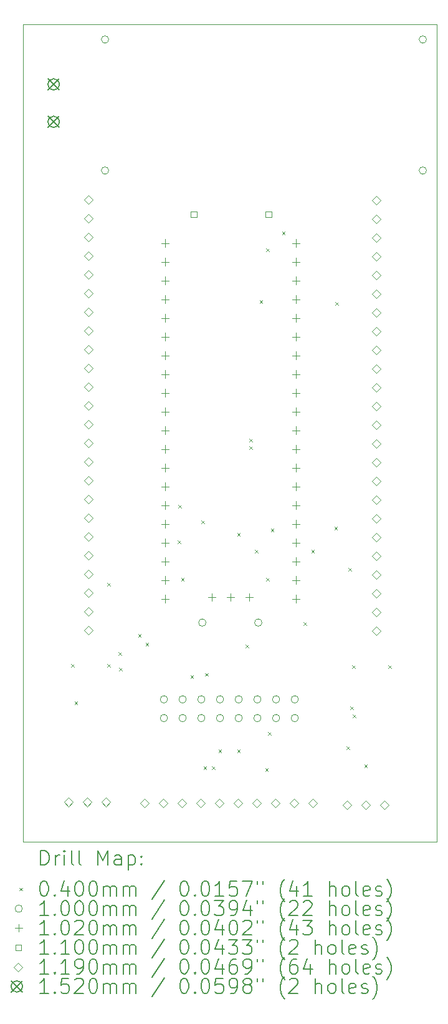
<source format=gbr>
%TF.GenerationSoftware,KiCad,Pcbnew,7.0.1*%
%TF.CreationDate,2023-06-05T16:13:59-05:00*%
%TF.ProjectId,Pico Breakout Board,5069636f-2042-4726-9561-6b6f75742042,rev?*%
%TF.SameCoordinates,Original*%
%TF.FileFunction,Drillmap*%
%TF.FilePolarity,Positive*%
%FSLAX45Y45*%
G04 Gerber Fmt 4.5, Leading zero omitted, Abs format (unit mm)*
G04 Created by KiCad (PCBNEW 7.0.1) date 2023-06-05 16:13:59*
%MOMM*%
%LPD*%
G01*
G04 APERTURE LIST*
%ADD10C,0.100000*%
%ADD11C,0.200000*%
%ADD12C,0.040000*%
%ADD13C,0.102000*%
%ADD14C,0.110000*%
%ADD15C,0.119000*%
%ADD16C,0.152000*%
G04 APERTURE END LIST*
D10*
X10642600Y-3276600D02*
X16268700Y-3276600D01*
X16268700Y-14363700D01*
X10642600Y-14363700D01*
X10642600Y-3276600D01*
D11*
D12*
X11301000Y-11956100D02*
X11341000Y-11996100D01*
X11341000Y-11956100D02*
X11301000Y-11996100D01*
X11346500Y-12464100D02*
X11386500Y-12504100D01*
X11386500Y-12464100D02*
X11346500Y-12504100D01*
X11791000Y-10851200D02*
X11831000Y-10891200D01*
X11831000Y-10851200D02*
X11791000Y-10891200D01*
X11791000Y-11956100D02*
X11831000Y-11996100D01*
X11831000Y-11956100D02*
X11791000Y-11996100D01*
X11943400Y-11791000D02*
X11983400Y-11831000D01*
X11983400Y-11791000D02*
X11943400Y-11831000D01*
X11950950Y-12006900D02*
X11990950Y-12046900D01*
X11990950Y-12006900D02*
X11950950Y-12046900D01*
X12209670Y-11550130D02*
X12249670Y-11590130D01*
X12249670Y-11550130D02*
X12209670Y-11590130D01*
X12311700Y-11664000D02*
X12351700Y-11704000D01*
X12351700Y-11664000D02*
X12311700Y-11704000D01*
X12745450Y-10279700D02*
X12785450Y-10319700D01*
X12785450Y-10279700D02*
X12745450Y-10319700D01*
X12756200Y-9797100D02*
X12796200Y-9837100D01*
X12796200Y-9797100D02*
X12756200Y-9837100D01*
X12794300Y-10787700D02*
X12834300Y-10827700D01*
X12834300Y-10787700D02*
X12794300Y-10827700D01*
X12921300Y-12108500D02*
X12961300Y-12148500D01*
X12961300Y-12108500D02*
X12921300Y-12148500D01*
X13067780Y-10006220D02*
X13107780Y-10046220D01*
X13107780Y-10006220D02*
X13067780Y-10046220D01*
X13099100Y-13340400D02*
X13139100Y-13380400D01*
X13139100Y-13340400D02*
X13099100Y-13380400D01*
X13117720Y-12077180D02*
X13157720Y-12117180D01*
X13157720Y-12077180D02*
X13117720Y-12117180D01*
X13213400Y-13340400D02*
X13253400Y-13380400D01*
X13253400Y-13340400D02*
X13213400Y-13380400D01*
X13302300Y-13111800D02*
X13342300Y-13151800D01*
X13342300Y-13111800D02*
X13302300Y-13151800D01*
X13556300Y-10178100D02*
X13596300Y-10218100D01*
X13596300Y-10178100D02*
X13556300Y-10218100D01*
X13556300Y-13111800D02*
X13596300Y-13151800D01*
X13596300Y-13111800D02*
X13556300Y-13151800D01*
X13670600Y-11689400D02*
X13710600Y-11729400D01*
X13710600Y-11689400D02*
X13670600Y-11729400D01*
X13721400Y-8895400D02*
X13761400Y-8935400D01*
X13761400Y-8895400D02*
X13721400Y-8935400D01*
X13721400Y-8997000D02*
X13761400Y-9037000D01*
X13761400Y-8997000D02*
X13721400Y-9037000D01*
X13797600Y-10406700D02*
X13837600Y-10446700D01*
X13837600Y-10406700D02*
X13797600Y-10446700D01*
X13861100Y-7015800D02*
X13901100Y-7055800D01*
X13901100Y-7015800D02*
X13861100Y-7055800D01*
X13937300Y-13365800D02*
X13977300Y-13405800D01*
X13977300Y-13365800D02*
X13937300Y-13405800D01*
X13950000Y-6317300D02*
X13990000Y-6357300D01*
X13990000Y-6317300D02*
X13950000Y-6357300D01*
X13950860Y-10786840D02*
X13990860Y-10826840D01*
X13990860Y-10786840D02*
X13950860Y-10826840D01*
X13975400Y-12874250D02*
X14015400Y-12914250D01*
X14015400Y-12874250D02*
X13975400Y-12914250D01*
X14013500Y-10114600D02*
X14053500Y-10154600D01*
X14053500Y-10114600D02*
X14013500Y-10154600D01*
X14165900Y-6088700D02*
X14205900Y-6128700D01*
X14205900Y-6088700D02*
X14165900Y-6128700D01*
X14458000Y-11384600D02*
X14498000Y-11424600D01*
X14498000Y-11384600D02*
X14458000Y-11424600D01*
X14562300Y-10404000D02*
X14602300Y-10444000D01*
X14602300Y-10404000D02*
X14562300Y-10444000D01*
X14877100Y-10089200D02*
X14917100Y-10129200D01*
X14917100Y-10089200D02*
X14877100Y-10129200D01*
X14889800Y-7041200D02*
X14929800Y-7081200D01*
X14929800Y-7041200D02*
X14889800Y-7081200D01*
X15042200Y-13073700D02*
X15082200Y-13113700D01*
X15082200Y-13073700D02*
X15042200Y-13113700D01*
X15067600Y-10648000D02*
X15107600Y-10688000D01*
X15107600Y-10648000D02*
X15067600Y-10688000D01*
X15093000Y-12527600D02*
X15133000Y-12567600D01*
X15133000Y-12527600D02*
X15093000Y-12567600D01*
X15118400Y-11968800D02*
X15158400Y-12008800D01*
X15158400Y-11968800D02*
X15118400Y-12008800D01*
X15127300Y-12641900D02*
X15167300Y-12681900D01*
X15167300Y-12641900D02*
X15127300Y-12681900D01*
X15283500Y-13315000D02*
X15323500Y-13355000D01*
X15323500Y-13315000D02*
X15283500Y-13355000D01*
X15608400Y-11968800D02*
X15648400Y-12008800D01*
X15648400Y-11968800D02*
X15608400Y-12008800D01*
D10*
X11810200Y-3479800D02*
G75*
G03*
X11810200Y-3479800I-50000J0D01*
G01*
X11810200Y-5257800D02*
G75*
G03*
X11810200Y-5257800I-50000J0D01*
G01*
X12610300Y-12433300D02*
G75*
G03*
X12610300Y-12433300I-50000J0D01*
G01*
X12610300Y-12687300D02*
G75*
G03*
X12610300Y-12687300I-50000J0D01*
G01*
X12864300Y-12433300D02*
G75*
G03*
X12864300Y-12433300I-50000J0D01*
G01*
X12864300Y-12687300D02*
G75*
G03*
X12864300Y-12687300I-50000J0D01*
G01*
X13118300Y-12433300D02*
G75*
G03*
X13118300Y-12433300I-50000J0D01*
G01*
X13118300Y-12687300D02*
G75*
G03*
X13118300Y-12687300I-50000J0D01*
G01*
X13132000Y-11391900D02*
G75*
G03*
X13132000Y-11391900I-50000J0D01*
G01*
X13372300Y-12433300D02*
G75*
G03*
X13372300Y-12433300I-50000J0D01*
G01*
X13372300Y-12687300D02*
G75*
G03*
X13372300Y-12687300I-50000J0D01*
G01*
X13626300Y-12433300D02*
G75*
G03*
X13626300Y-12433300I-50000J0D01*
G01*
X13626300Y-12687300D02*
G75*
G03*
X13626300Y-12687300I-50000J0D01*
G01*
X13880300Y-12433300D02*
G75*
G03*
X13880300Y-12433300I-50000J0D01*
G01*
X13880300Y-12687300D02*
G75*
G03*
X13880300Y-12687300I-50000J0D01*
G01*
X13892000Y-11391900D02*
G75*
G03*
X13892000Y-11391900I-50000J0D01*
G01*
X14134300Y-12433300D02*
G75*
G03*
X14134300Y-12433300I-50000J0D01*
G01*
X14134300Y-12687300D02*
G75*
G03*
X14134300Y-12687300I-50000J0D01*
G01*
X14388300Y-12433300D02*
G75*
G03*
X14388300Y-12433300I-50000J0D01*
G01*
X14388300Y-12687300D02*
G75*
G03*
X14388300Y-12687300I-50000J0D01*
G01*
X16128200Y-3479800D02*
G75*
G03*
X16128200Y-3479800I-50000J0D01*
G01*
X16128200Y-5257800D02*
G75*
G03*
X16128200Y-5257800I-50000J0D01*
G01*
D13*
X12575500Y-6191500D02*
X12575500Y-6293500D01*
X12524500Y-6242500D02*
X12626500Y-6242500D01*
X12575500Y-6445500D02*
X12575500Y-6547500D01*
X12524500Y-6496500D02*
X12626500Y-6496500D01*
X12575500Y-6699500D02*
X12575500Y-6801500D01*
X12524500Y-6750500D02*
X12626500Y-6750500D01*
X12575500Y-6953500D02*
X12575500Y-7055500D01*
X12524500Y-7004500D02*
X12626500Y-7004500D01*
X12575500Y-7207500D02*
X12575500Y-7309500D01*
X12524500Y-7258500D02*
X12626500Y-7258500D01*
X12575500Y-7461500D02*
X12575500Y-7563500D01*
X12524500Y-7512500D02*
X12626500Y-7512500D01*
X12575500Y-7715500D02*
X12575500Y-7817500D01*
X12524500Y-7766500D02*
X12626500Y-7766500D01*
X12575500Y-7969500D02*
X12575500Y-8071500D01*
X12524500Y-8020500D02*
X12626500Y-8020500D01*
X12575500Y-8223500D02*
X12575500Y-8325500D01*
X12524500Y-8274500D02*
X12626500Y-8274500D01*
X12575500Y-8477500D02*
X12575500Y-8579500D01*
X12524500Y-8528500D02*
X12626500Y-8528500D01*
X12575500Y-8731500D02*
X12575500Y-8833500D01*
X12524500Y-8782500D02*
X12626500Y-8782500D01*
X12575500Y-8985500D02*
X12575500Y-9087500D01*
X12524500Y-9036500D02*
X12626500Y-9036500D01*
X12575500Y-9239500D02*
X12575500Y-9341500D01*
X12524500Y-9290500D02*
X12626500Y-9290500D01*
X12575500Y-9493500D02*
X12575500Y-9595500D01*
X12524500Y-9544500D02*
X12626500Y-9544500D01*
X12575500Y-9747500D02*
X12575500Y-9849500D01*
X12524500Y-9798500D02*
X12626500Y-9798500D01*
X12575500Y-10001500D02*
X12575500Y-10103500D01*
X12524500Y-10052500D02*
X12626500Y-10052500D01*
X12575500Y-10255500D02*
X12575500Y-10357500D01*
X12524500Y-10306500D02*
X12626500Y-10306500D01*
X12575500Y-10509500D02*
X12575500Y-10611500D01*
X12524500Y-10560500D02*
X12626500Y-10560500D01*
X12575500Y-10763500D02*
X12575500Y-10865500D01*
X12524500Y-10814500D02*
X12626500Y-10814500D01*
X12575500Y-11017500D02*
X12575500Y-11119500D01*
X12524500Y-11068500D02*
X12626500Y-11068500D01*
X13210500Y-10994500D02*
X13210500Y-11096500D01*
X13159500Y-11045500D02*
X13261500Y-11045500D01*
X13464500Y-10994500D02*
X13464500Y-11096500D01*
X13413500Y-11045500D02*
X13515500Y-11045500D01*
X13718500Y-10994500D02*
X13718500Y-11096500D01*
X13667500Y-11045500D02*
X13769500Y-11045500D01*
X14353500Y-6191500D02*
X14353500Y-6293500D01*
X14302500Y-6242500D02*
X14404500Y-6242500D01*
X14353500Y-6445500D02*
X14353500Y-6547500D01*
X14302500Y-6496500D02*
X14404500Y-6496500D01*
X14353500Y-6699500D02*
X14353500Y-6801500D01*
X14302500Y-6750500D02*
X14404500Y-6750500D01*
X14353500Y-6953500D02*
X14353500Y-7055500D01*
X14302500Y-7004500D02*
X14404500Y-7004500D01*
X14353500Y-7207500D02*
X14353500Y-7309500D01*
X14302500Y-7258500D02*
X14404500Y-7258500D01*
X14353500Y-7461500D02*
X14353500Y-7563500D01*
X14302500Y-7512500D02*
X14404500Y-7512500D01*
X14353500Y-7715500D02*
X14353500Y-7817500D01*
X14302500Y-7766500D02*
X14404500Y-7766500D01*
X14353500Y-7969500D02*
X14353500Y-8071500D01*
X14302500Y-8020500D02*
X14404500Y-8020500D01*
X14353500Y-8223500D02*
X14353500Y-8325500D01*
X14302500Y-8274500D02*
X14404500Y-8274500D01*
X14353500Y-8477500D02*
X14353500Y-8579500D01*
X14302500Y-8528500D02*
X14404500Y-8528500D01*
X14353500Y-8731500D02*
X14353500Y-8833500D01*
X14302500Y-8782500D02*
X14404500Y-8782500D01*
X14353500Y-8985500D02*
X14353500Y-9087500D01*
X14302500Y-9036500D02*
X14404500Y-9036500D01*
X14353500Y-9239500D02*
X14353500Y-9341500D01*
X14302500Y-9290500D02*
X14404500Y-9290500D01*
X14353500Y-9493500D02*
X14353500Y-9595500D01*
X14302500Y-9544500D02*
X14404500Y-9544500D01*
X14353500Y-9747500D02*
X14353500Y-9849500D01*
X14302500Y-9798500D02*
X14404500Y-9798500D01*
X14353500Y-10001500D02*
X14353500Y-10103500D01*
X14302500Y-10052500D02*
X14404500Y-10052500D01*
X14353500Y-10255500D02*
X14353500Y-10357500D01*
X14302500Y-10306500D02*
X14404500Y-10306500D01*
X14353500Y-10509500D02*
X14353500Y-10611500D01*
X14302500Y-10560500D02*
X14404500Y-10560500D01*
X14353500Y-10763500D02*
X14353500Y-10865500D01*
X14302500Y-10814500D02*
X14404500Y-10814500D01*
X14353500Y-11017500D02*
X14353500Y-11119500D01*
X14302500Y-11068500D02*
X14404500Y-11068500D01*
D14*
X13005591Y-5893591D02*
X13005591Y-5815809D01*
X12927809Y-5815809D01*
X12927809Y-5893591D01*
X13005591Y-5893591D01*
X14021591Y-5893591D02*
X14021591Y-5815809D01*
X13943809Y-5815809D01*
X13943809Y-5893591D01*
X14021591Y-5893591D01*
D15*
X11264900Y-13887800D02*
X11324400Y-13828300D01*
X11264900Y-13768800D01*
X11205400Y-13828300D01*
X11264900Y-13887800D01*
X11518900Y-13887800D02*
X11578400Y-13828300D01*
X11518900Y-13768800D01*
X11459400Y-13828300D01*
X11518900Y-13887800D01*
X11531600Y-5711000D02*
X11591100Y-5651500D01*
X11531600Y-5592000D01*
X11472100Y-5651500D01*
X11531600Y-5711000D01*
X11531600Y-5965000D02*
X11591100Y-5905500D01*
X11531600Y-5846000D01*
X11472100Y-5905500D01*
X11531600Y-5965000D01*
X11531600Y-6219000D02*
X11591100Y-6159500D01*
X11531600Y-6100000D01*
X11472100Y-6159500D01*
X11531600Y-6219000D01*
X11531600Y-6473000D02*
X11591100Y-6413500D01*
X11531600Y-6354000D01*
X11472100Y-6413500D01*
X11531600Y-6473000D01*
X11531600Y-6727000D02*
X11591100Y-6667500D01*
X11531600Y-6608000D01*
X11472100Y-6667500D01*
X11531600Y-6727000D01*
X11531600Y-6981000D02*
X11591100Y-6921500D01*
X11531600Y-6862000D01*
X11472100Y-6921500D01*
X11531600Y-6981000D01*
X11531600Y-7235000D02*
X11591100Y-7175500D01*
X11531600Y-7116000D01*
X11472100Y-7175500D01*
X11531600Y-7235000D01*
X11531600Y-7489000D02*
X11591100Y-7429500D01*
X11531600Y-7370000D01*
X11472100Y-7429500D01*
X11531600Y-7489000D01*
X11531600Y-7743000D02*
X11591100Y-7683500D01*
X11531600Y-7624000D01*
X11472100Y-7683500D01*
X11531600Y-7743000D01*
X11531600Y-7997000D02*
X11591100Y-7937500D01*
X11531600Y-7878000D01*
X11472100Y-7937500D01*
X11531600Y-7997000D01*
X11531600Y-8251000D02*
X11591100Y-8191500D01*
X11531600Y-8132000D01*
X11472100Y-8191500D01*
X11531600Y-8251000D01*
X11531600Y-8505000D02*
X11591100Y-8445500D01*
X11531600Y-8386000D01*
X11472100Y-8445500D01*
X11531600Y-8505000D01*
X11531600Y-8759000D02*
X11591100Y-8699500D01*
X11531600Y-8640000D01*
X11472100Y-8699500D01*
X11531600Y-8759000D01*
X11531600Y-9013000D02*
X11591100Y-8953500D01*
X11531600Y-8894000D01*
X11472100Y-8953500D01*
X11531600Y-9013000D01*
X11531600Y-9267000D02*
X11591100Y-9207500D01*
X11531600Y-9148000D01*
X11472100Y-9207500D01*
X11531600Y-9267000D01*
X11531600Y-9521000D02*
X11591100Y-9461500D01*
X11531600Y-9402000D01*
X11472100Y-9461500D01*
X11531600Y-9521000D01*
X11531600Y-9775000D02*
X11591100Y-9715500D01*
X11531600Y-9656000D01*
X11472100Y-9715500D01*
X11531600Y-9775000D01*
X11531600Y-10029000D02*
X11591100Y-9969500D01*
X11531600Y-9910000D01*
X11472100Y-9969500D01*
X11531600Y-10029000D01*
X11531600Y-10283000D02*
X11591100Y-10223500D01*
X11531600Y-10164000D01*
X11472100Y-10223500D01*
X11531600Y-10283000D01*
X11531600Y-10537000D02*
X11591100Y-10477500D01*
X11531600Y-10418000D01*
X11472100Y-10477500D01*
X11531600Y-10537000D01*
X11531600Y-10791000D02*
X11591100Y-10731500D01*
X11531600Y-10672000D01*
X11472100Y-10731500D01*
X11531600Y-10791000D01*
X11531600Y-11045000D02*
X11591100Y-10985500D01*
X11531600Y-10926000D01*
X11472100Y-10985500D01*
X11531600Y-11045000D01*
X11531600Y-11299000D02*
X11591100Y-11239500D01*
X11531600Y-11180000D01*
X11472100Y-11239500D01*
X11531600Y-11299000D01*
X11531600Y-11553000D02*
X11591100Y-11493500D01*
X11531600Y-11434000D01*
X11472100Y-11493500D01*
X11531600Y-11553000D01*
X11772900Y-13887800D02*
X11832400Y-13828300D01*
X11772900Y-13768800D01*
X11713400Y-13828300D01*
X11772900Y-13887800D01*
X12293600Y-13902500D02*
X12353100Y-13843000D01*
X12293600Y-13783500D01*
X12234100Y-13843000D01*
X12293600Y-13902500D01*
X12547600Y-13902500D02*
X12607100Y-13843000D01*
X12547600Y-13783500D01*
X12488100Y-13843000D01*
X12547600Y-13902500D01*
X12801600Y-13902500D02*
X12861100Y-13843000D01*
X12801600Y-13783500D01*
X12742100Y-13843000D01*
X12801600Y-13902500D01*
X13055600Y-13902500D02*
X13115100Y-13843000D01*
X13055600Y-13783500D01*
X12996100Y-13843000D01*
X13055600Y-13902500D01*
X13309600Y-13902500D02*
X13369100Y-13843000D01*
X13309600Y-13783500D01*
X13250100Y-13843000D01*
X13309600Y-13902500D01*
X13563600Y-13902500D02*
X13623100Y-13843000D01*
X13563600Y-13783500D01*
X13504100Y-13843000D01*
X13563600Y-13902500D01*
X13817600Y-13902500D02*
X13877100Y-13843000D01*
X13817600Y-13783500D01*
X13758100Y-13843000D01*
X13817600Y-13902500D01*
X14071600Y-13902500D02*
X14131100Y-13843000D01*
X14071600Y-13783500D01*
X14012100Y-13843000D01*
X14071600Y-13902500D01*
X14325600Y-13902500D02*
X14385100Y-13843000D01*
X14325600Y-13783500D01*
X14266100Y-13843000D01*
X14325600Y-13902500D01*
X14579600Y-13902500D02*
X14639100Y-13843000D01*
X14579600Y-13783500D01*
X14520100Y-13843000D01*
X14579600Y-13902500D01*
X15049900Y-13922500D02*
X15109400Y-13863000D01*
X15049900Y-13803500D01*
X14990400Y-13863000D01*
X15049900Y-13922500D01*
X15303900Y-13922500D02*
X15363400Y-13863000D01*
X15303900Y-13803500D01*
X15244400Y-13863000D01*
X15303900Y-13922500D01*
X15445200Y-5723700D02*
X15504700Y-5664200D01*
X15445200Y-5604700D01*
X15385700Y-5664200D01*
X15445200Y-5723700D01*
X15445200Y-5977700D02*
X15504700Y-5918200D01*
X15445200Y-5858700D01*
X15385700Y-5918200D01*
X15445200Y-5977700D01*
X15445200Y-6231700D02*
X15504700Y-6172200D01*
X15445200Y-6112700D01*
X15385700Y-6172200D01*
X15445200Y-6231700D01*
X15445200Y-6485700D02*
X15504700Y-6426200D01*
X15445200Y-6366700D01*
X15385700Y-6426200D01*
X15445200Y-6485700D01*
X15445200Y-6739700D02*
X15504700Y-6680200D01*
X15445200Y-6620700D01*
X15385700Y-6680200D01*
X15445200Y-6739700D01*
X15445200Y-6993700D02*
X15504700Y-6934200D01*
X15445200Y-6874700D01*
X15385700Y-6934200D01*
X15445200Y-6993700D01*
X15445200Y-7247700D02*
X15504700Y-7188200D01*
X15445200Y-7128700D01*
X15385700Y-7188200D01*
X15445200Y-7247700D01*
X15445200Y-7501700D02*
X15504700Y-7442200D01*
X15445200Y-7382700D01*
X15385700Y-7442200D01*
X15445200Y-7501700D01*
X15445200Y-7755700D02*
X15504700Y-7696200D01*
X15445200Y-7636700D01*
X15385700Y-7696200D01*
X15445200Y-7755700D01*
X15445200Y-8009700D02*
X15504700Y-7950200D01*
X15445200Y-7890700D01*
X15385700Y-7950200D01*
X15445200Y-8009700D01*
X15445200Y-8263700D02*
X15504700Y-8204200D01*
X15445200Y-8144700D01*
X15385700Y-8204200D01*
X15445200Y-8263700D01*
X15445200Y-8517700D02*
X15504700Y-8458200D01*
X15445200Y-8398700D01*
X15385700Y-8458200D01*
X15445200Y-8517700D01*
X15445200Y-8771700D02*
X15504700Y-8712200D01*
X15445200Y-8652700D01*
X15385700Y-8712200D01*
X15445200Y-8771700D01*
X15445200Y-9025700D02*
X15504700Y-8966200D01*
X15445200Y-8906700D01*
X15385700Y-8966200D01*
X15445200Y-9025700D01*
X15445200Y-9279700D02*
X15504700Y-9220200D01*
X15445200Y-9160700D01*
X15385700Y-9220200D01*
X15445200Y-9279700D01*
X15445200Y-9533700D02*
X15504700Y-9474200D01*
X15445200Y-9414700D01*
X15385700Y-9474200D01*
X15445200Y-9533700D01*
X15445200Y-9787700D02*
X15504700Y-9728200D01*
X15445200Y-9668700D01*
X15385700Y-9728200D01*
X15445200Y-9787700D01*
X15445200Y-10041700D02*
X15504700Y-9982200D01*
X15445200Y-9922700D01*
X15385700Y-9982200D01*
X15445200Y-10041700D01*
X15445200Y-10295700D02*
X15504700Y-10236200D01*
X15445200Y-10176700D01*
X15385700Y-10236200D01*
X15445200Y-10295700D01*
X15445200Y-10549700D02*
X15504700Y-10490200D01*
X15445200Y-10430700D01*
X15385700Y-10490200D01*
X15445200Y-10549700D01*
X15445200Y-10803700D02*
X15504700Y-10744200D01*
X15445200Y-10684700D01*
X15385700Y-10744200D01*
X15445200Y-10803700D01*
X15445200Y-11057700D02*
X15504700Y-10998200D01*
X15445200Y-10938700D01*
X15385700Y-10998200D01*
X15445200Y-11057700D01*
X15445200Y-11311700D02*
X15504700Y-11252200D01*
X15445200Y-11192700D01*
X15385700Y-11252200D01*
X15445200Y-11311700D01*
X15445200Y-11565700D02*
X15504700Y-11506200D01*
X15445200Y-11446700D01*
X15385700Y-11506200D01*
X15445200Y-11565700D01*
X15557900Y-13922500D02*
X15617400Y-13863000D01*
X15557900Y-13803500D01*
X15498400Y-13863000D01*
X15557900Y-13922500D01*
D16*
X10985700Y-4013400D02*
X11137700Y-4165400D01*
X11137700Y-4013400D02*
X10985700Y-4165400D01*
X11137700Y-4089400D02*
G75*
G03*
X11137700Y-4089400I-76000J0D01*
G01*
X10985700Y-4521400D02*
X11137700Y-4673400D01*
X11137700Y-4521400D02*
X10985700Y-4673400D01*
X11137700Y-4597400D02*
G75*
G03*
X11137700Y-4597400I-76000J0D01*
G01*
D11*
X10885219Y-14681224D02*
X10885219Y-14481224D01*
X10885219Y-14481224D02*
X10932838Y-14481224D01*
X10932838Y-14481224D02*
X10961410Y-14490748D01*
X10961410Y-14490748D02*
X10980457Y-14509795D01*
X10980457Y-14509795D02*
X10989981Y-14528843D01*
X10989981Y-14528843D02*
X10999505Y-14566938D01*
X10999505Y-14566938D02*
X10999505Y-14595509D01*
X10999505Y-14595509D02*
X10989981Y-14633605D01*
X10989981Y-14633605D02*
X10980457Y-14652652D01*
X10980457Y-14652652D02*
X10961410Y-14671700D01*
X10961410Y-14671700D02*
X10932838Y-14681224D01*
X10932838Y-14681224D02*
X10885219Y-14681224D01*
X11085219Y-14681224D02*
X11085219Y-14547890D01*
X11085219Y-14585986D02*
X11094743Y-14566938D01*
X11094743Y-14566938D02*
X11104267Y-14557414D01*
X11104267Y-14557414D02*
X11123314Y-14547890D01*
X11123314Y-14547890D02*
X11142362Y-14547890D01*
X11209028Y-14681224D02*
X11209028Y-14547890D01*
X11209028Y-14481224D02*
X11199505Y-14490748D01*
X11199505Y-14490748D02*
X11209028Y-14500271D01*
X11209028Y-14500271D02*
X11218552Y-14490748D01*
X11218552Y-14490748D02*
X11209028Y-14481224D01*
X11209028Y-14481224D02*
X11209028Y-14500271D01*
X11332838Y-14681224D02*
X11313790Y-14671700D01*
X11313790Y-14671700D02*
X11304267Y-14652652D01*
X11304267Y-14652652D02*
X11304267Y-14481224D01*
X11437600Y-14681224D02*
X11418552Y-14671700D01*
X11418552Y-14671700D02*
X11409028Y-14652652D01*
X11409028Y-14652652D02*
X11409028Y-14481224D01*
X11666171Y-14681224D02*
X11666171Y-14481224D01*
X11666171Y-14481224D02*
X11732838Y-14624081D01*
X11732838Y-14624081D02*
X11799505Y-14481224D01*
X11799505Y-14481224D02*
X11799505Y-14681224D01*
X11980457Y-14681224D02*
X11980457Y-14576462D01*
X11980457Y-14576462D02*
X11970933Y-14557414D01*
X11970933Y-14557414D02*
X11951886Y-14547890D01*
X11951886Y-14547890D02*
X11913790Y-14547890D01*
X11913790Y-14547890D02*
X11894743Y-14557414D01*
X11980457Y-14671700D02*
X11961409Y-14681224D01*
X11961409Y-14681224D02*
X11913790Y-14681224D01*
X11913790Y-14681224D02*
X11894743Y-14671700D01*
X11894743Y-14671700D02*
X11885219Y-14652652D01*
X11885219Y-14652652D02*
X11885219Y-14633605D01*
X11885219Y-14633605D02*
X11894743Y-14614557D01*
X11894743Y-14614557D02*
X11913790Y-14605033D01*
X11913790Y-14605033D02*
X11961409Y-14605033D01*
X11961409Y-14605033D02*
X11980457Y-14595509D01*
X12075695Y-14547890D02*
X12075695Y-14747890D01*
X12075695Y-14557414D02*
X12094743Y-14547890D01*
X12094743Y-14547890D02*
X12132838Y-14547890D01*
X12132838Y-14547890D02*
X12151886Y-14557414D01*
X12151886Y-14557414D02*
X12161409Y-14566938D01*
X12161409Y-14566938D02*
X12170933Y-14585986D01*
X12170933Y-14585986D02*
X12170933Y-14643128D01*
X12170933Y-14643128D02*
X12161409Y-14662176D01*
X12161409Y-14662176D02*
X12151886Y-14671700D01*
X12151886Y-14671700D02*
X12132838Y-14681224D01*
X12132838Y-14681224D02*
X12094743Y-14681224D01*
X12094743Y-14681224D02*
X12075695Y-14671700D01*
X12256648Y-14662176D02*
X12266171Y-14671700D01*
X12266171Y-14671700D02*
X12256648Y-14681224D01*
X12256648Y-14681224D02*
X12247124Y-14671700D01*
X12247124Y-14671700D02*
X12256648Y-14662176D01*
X12256648Y-14662176D02*
X12256648Y-14681224D01*
X12256648Y-14557414D02*
X12266171Y-14566938D01*
X12266171Y-14566938D02*
X12256648Y-14576462D01*
X12256648Y-14576462D02*
X12247124Y-14566938D01*
X12247124Y-14566938D02*
X12256648Y-14557414D01*
X12256648Y-14557414D02*
X12256648Y-14576462D01*
D12*
X10597600Y-14988700D02*
X10637600Y-15028700D01*
X10637600Y-14988700D02*
X10597600Y-15028700D01*
D11*
X10923314Y-14901224D02*
X10942362Y-14901224D01*
X10942362Y-14901224D02*
X10961410Y-14910748D01*
X10961410Y-14910748D02*
X10970933Y-14920271D01*
X10970933Y-14920271D02*
X10980457Y-14939319D01*
X10980457Y-14939319D02*
X10989981Y-14977414D01*
X10989981Y-14977414D02*
X10989981Y-15025033D01*
X10989981Y-15025033D02*
X10980457Y-15063128D01*
X10980457Y-15063128D02*
X10970933Y-15082176D01*
X10970933Y-15082176D02*
X10961410Y-15091700D01*
X10961410Y-15091700D02*
X10942362Y-15101224D01*
X10942362Y-15101224D02*
X10923314Y-15101224D01*
X10923314Y-15101224D02*
X10904267Y-15091700D01*
X10904267Y-15091700D02*
X10894743Y-15082176D01*
X10894743Y-15082176D02*
X10885219Y-15063128D01*
X10885219Y-15063128D02*
X10875695Y-15025033D01*
X10875695Y-15025033D02*
X10875695Y-14977414D01*
X10875695Y-14977414D02*
X10885219Y-14939319D01*
X10885219Y-14939319D02*
X10894743Y-14920271D01*
X10894743Y-14920271D02*
X10904267Y-14910748D01*
X10904267Y-14910748D02*
X10923314Y-14901224D01*
X11075695Y-15082176D02*
X11085219Y-15091700D01*
X11085219Y-15091700D02*
X11075695Y-15101224D01*
X11075695Y-15101224D02*
X11066171Y-15091700D01*
X11066171Y-15091700D02*
X11075695Y-15082176D01*
X11075695Y-15082176D02*
X11075695Y-15101224D01*
X11256648Y-14967890D02*
X11256648Y-15101224D01*
X11209028Y-14891700D02*
X11161410Y-15034557D01*
X11161410Y-15034557D02*
X11285219Y-15034557D01*
X11399505Y-14901224D02*
X11418552Y-14901224D01*
X11418552Y-14901224D02*
X11437600Y-14910748D01*
X11437600Y-14910748D02*
X11447124Y-14920271D01*
X11447124Y-14920271D02*
X11456648Y-14939319D01*
X11456648Y-14939319D02*
X11466171Y-14977414D01*
X11466171Y-14977414D02*
X11466171Y-15025033D01*
X11466171Y-15025033D02*
X11456648Y-15063128D01*
X11456648Y-15063128D02*
X11447124Y-15082176D01*
X11447124Y-15082176D02*
X11437600Y-15091700D01*
X11437600Y-15091700D02*
X11418552Y-15101224D01*
X11418552Y-15101224D02*
X11399505Y-15101224D01*
X11399505Y-15101224D02*
X11380457Y-15091700D01*
X11380457Y-15091700D02*
X11370933Y-15082176D01*
X11370933Y-15082176D02*
X11361409Y-15063128D01*
X11361409Y-15063128D02*
X11351886Y-15025033D01*
X11351886Y-15025033D02*
X11351886Y-14977414D01*
X11351886Y-14977414D02*
X11361409Y-14939319D01*
X11361409Y-14939319D02*
X11370933Y-14920271D01*
X11370933Y-14920271D02*
X11380457Y-14910748D01*
X11380457Y-14910748D02*
X11399505Y-14901224D01*
X11589981Y-14901224D02*
X11609029Y-14901224D01*
X11609029Y-14901224D02*
X11628076Y-14910748D01*
X11628076Y-14910748D02*
X11637600Y-14920271D01*
X11637600Y-14920271D02*
X11647124Y-14939319D01*
X11647124Y-14939319D02*
X11656648Y-14977414D01*
X11656648Y-14977414D02*
X11656648Y-15025033D01*
X11656648Y-15025033D02*
X11647124Y-15063128D01*
X11647124Y-15063128D02*
X11637600Y-15082176D01*
X11637600Y-15082176D02*
X11628076Y-15091700D01*
X11628076Y-15091700D02*
X11609029Y-15101224D01*
X11609029Y-15101224D02*
X11589981Y-15101224D01*
X11589981Y-15101224D02*
X11570933Y-15091700D01*
X11570933Y-15091700D02*
X11561409Y-15082176D01*
X11561409Y-15082176D02*
X11551886Y-15063128D01*
X11551886Y-15063128D02*
X11542362Y-15025033D01*
X11542362Y-15025033D02*
X11542362Y-14977414D01*
X11542362Y-14977414D02*
X11551886Y-14939319D01*
X11551886Y-14939319D02*
X11561409Y-14920271D01*
X11561409Y-14920271D02*
X11570933Y-14910748D01*
X11570933Y-14910748D02*
X11589981Y-14901224D01*
X11742362Y-15101224D02*
X11742362Y-14967890D01*
X11742362Y-14986938D02*
X11751886Y-14977414D01*
X11751886Y-14977414D02*
X11770933Y-14967890D01*
X11770933Y-14967890D02*
X11799505Y-14967890D01*
X11799505Y-14967890D02*
X11818552Y-14977414D01*
X11818552Y-14977414D02*
X11828076Y-14996462D01*
X11828076Y-14996462D02*
X11828076Y-15101224D01*
X11828076Y-14996462D02*
X11837600Y-14977414D01*
X11837600Y-14977414D02*
X11856648Y-14967890D01*
X11856648Y-14967890D02*
X11885219Y-14967890D01*
X11885219Y-14967890D02*
X11904267Y-14977414D01*
X11904267Y-14977414D02*
X11913790Y-14996462D01*
X11913790Y-14996462D02*
X11913790Y-15101224D01*
X12009029Y-15101224D02*
X12009029Y-14967890D01*
X12009029Y-14986938D02*
X12018552Y-14977414D01*
X12018552Y-14977414D02*
X12037600Y-14967890D01*
X12037600Y-14967890D02*
X12066171Y-14967890D01*
X12066171Y-14967890D02*
X12085219Y-14977414D01*
X12085219Y-14977414D02*
X12094743Y-14996462D01*
X12094743Y-14996462D02*
X12094743Y-15101224D01*
X12094743Y-14996462D02*
X12104267Y-14977414D01*
X12104267Y-14977414D02*
X12123314Y-14967890D01*
X12123314Y-14967890D02*
X12151886Y-14967890D01*
X12151886Y-14967890D02*
X12170933Y-14977414D01*
X12170933Y-14977414D02*
X12180457Y-14996462D01*
X12180457Y-14996462D02*
X12180457Y-15101224D01*
X12570933Y-14891700D02*
X12399505Y-15148843D01*
X12828076Y-14901224D02*
X12847124Y-14901224D01*
X12847124Y-14901224D02*
X12866172Y-14910748D01*
X12866172Y-14910748D02*
X12875695Y-14920271D01*
X12875695Y-14920271D02*
X12885219Y-14939319D01*
X12885219Y-14939319D02*
X12894743Y-14977414D01*
X12894743Y-14977414D02*
X12894743Y-15025033D01*
X12894743Y-15025033D02*
X12885219Y-15063128D01*
X12885219Y-15063128D02*
X12875695Y-15082176D01*
X12875695Y-15082176D02*
X12866172Y-15091700D01*
X12866172Y-15091700D02*
X12847124Y-15101224D01*
X12847124Y-15101224D02*
X12828076Y-15101224D01*
X12828076Y-15101224D02*
X12809029Y-15091700D01*
X12809029Y-15091700D02*
X12799505Y-15082176D01*
X12799505Y-15082176D02*
X12789981Y-15063128D01*
X12789981Y-15063128D02*
X12780457Y-15025033D01*
X12780457Y-15025033D02*
X12780457Y-14977414D01*
X12780457Y-14977414D02*
X12789981Y-14939319D01*
X12789981Y-14939319D02*
X12799505Y-14920271D01*
X12799505Y-14920271D02*
X12809029Y-14910748D01*
X12809029Y-14910748D02*
X12828076Y-14901224D01*
X12980457Y-15082176D02*
X12989981Y-15091700D01*
X12989981Y-15091700D02*
X12980457Y-15101224D01*
X12980457Y-15101224D02*
X12970933Y-15091700D01*
X12970933Y-15091700D02*
X12980457Y-15082176D01*
X12980457Y-15082176D02*
X12980457Y-15101224D01*
X13113791Y-14901224D02*
X13132838Y-14901224D01*
X13132838Y-14901224D02*
X13151886Y-14910748D01*
X13151886Y-14910748D02*
X13161410Y-14920271D01*
X13161410Y-14920271D02*
X13170933Y-14939319D01*
X13170933Y-14939319D02*
X13180457Y-14977414D01*
X13180457Y-14977414D02*
X13180457Y-15025033D01*
X13180457Y-15025033D02*
X13170933Y-15063128D01*
X13170933Y-15063128D02*
X13161410Y-15082176D01*
X13161410Y-15082176D02*
X13151886Y-15091700D01*
X13151886Y-15091700D02*
X13132838Y-15101224D01*
X13132838Y-15101224D02*
X13113791Y-15101224D01*
X13113791Y-15101224D02*
X13094743Y-15091700D01*
X13094743Y-15091700D02*
X13085219Y-15082176D01*
X13085219Y-15082176D02*
X13075695Y-15063128D01*
X13075695Y-15063128D02*
X13066172Y-15025033D01*
X13066172Y-15025033D02*
X13066172Y-14977414D01*
X13066172Y-14977414D02*
X13075695Y-14939319D01*
X13075695Y-14939319D02*
X13085219Y-14920271D01*
X13085219Y-14920271D02*
X13094743Y-14910748D01*
X13094743Y-14910748D02*
X13113791Y-14901224D01*
X13370933Y-15101224D02*
X13256648Y-15101224D01*
X13313791Y-15101224D02*
X13313791Y-14901224D01*
X13313791Y-14901224D02*
X13294743Y-14929795D01*
X13294743Y-14929795D02*
X13275695Y-14948843D01*
X13275695Y-14948843D02*
X13256648Y-14958367D01*
X13551886Y-14901224D02*
X13456648Y-14901224D01*
X13456648Y-14901224D02*
X13447124Y-14996462D01*
X13447124Y-14996462D02*
X13456648Y-14986938D01*
X13456648Y-14986938D02*
X13475695Y-14977414D01*
X13475695Y-14977414D02*
X13523314Y-14977414D01*
X13523314Y-14977414D02*
X13542362Y-14986938D01*
X13542362Y-14986938D02*
X13551886Y-14996462D01*
X13551886Y-14996462D02*
X13561410Y-15015509D01*
X13561410Y-15015509D02*
X13561410Y-15063128D01*
X13561410Y-15063128D02*
X13551886Y-15082176D01*
X13551886Y-15082176D02*
X13542362Y-15091700D01*
X13542362Y-15091700D02*
X13523314Y-15101224D01*
X13523314Y-15101224D02*
X13475695Y-15101224D01*
X13475695Y-15101224D02*
X13456648Y-15091700D01*
X13456648Y-15091700D02*
X13447124Y-15082176D01*
X13628076Y-14901224D02*
X13761410Y-14901224D01*
X13761410Y-14901224D02*
X13675695Y-15101224D01*
X13828076Y-14901224D02*
X13828076Y-14939319D01*
X13904267Y-14901224D02*
X13904267Y-14939319D01*
X14199505Y-15177414D02*
X14189981Y-15167890D01*
X14189981Y-15167890D02*
X14170934Y-15139319D01*
X14170934Y-15139319D02*
X14161410Y-15120271D01*
X14161410Y-15120271D02*
X14151886Y-15091700D01*
X14151886Y-15091700D02*
X14142362Y-15044081D01*
X14142362Y-15044081D02*
X14142362Y-15005986D01*
X14142362Y-15005986D02*
X14151886Y-14958367D01*
X14151886Y-14958367D02*
X14161410Y-14929795D01*
X14161410Y-14929795D02*
X14170934Y-14910748D01*
X14170934Y-14910748D02*
X14189981Y-14882176D01*
X14189981Y-14882176D02*
X14199505Y-14872652D01*
X14361410Y-14967890D02*
X14361410Y-15101224D01*
X14313791Y-14891700D02*
X14266172Y-15034557D01*
X14266172Y-15034557D02*
X14389981Y-15034557D01*
X14570934Y-15101224D02*
X14456648Y-15101224D01*
X14513791Y-15101224D02*
X14513791Y-14901224D01*
X14513791Y-14901224D02*
X14494743Y-14929795D01*
X14494743Y-14929795D02*
X14475695Y-14948843D01*
X14475695Y-14948843D02*
X14456648Y-14958367D01*
X14809029Y-15101224D02*
X14809029Y-14901224D01*
X14894743Y-15101224D02*
X14894743Y-14996462D01*
X14894743Y-14996462D02*
X14885219Y-14977414D01*
X14885219Y-14977414D02*
X14866172Y-14967890D01*
X14866172Y-14967890D02*
X14837600Y-14967890D01*
X14837600Y-14967890D02*
X14818553Y-14977414D01*
X14818553Y-14977414D02*
X14809029Y-14986938D01*
X15018553Y-15101224D02*
X14999505Y-15091700D01*
X14999505Y-15091700D02*
X14989981Y-15082176D01*
X14989981Y-15082176D02*
X14980457Y-15063128D01*
X14980457Y-15063128D02*
X14980457Y-15005986D01*
X14980457Y-15005986D02*
X14989981Y-14986938D01*
X14989981Y-14986938D02*
X14999505Y-14977414D01*
X14999505Y-14977414D02*
X15018553Y-14967890D01*
X15018553Y-14967890D02*
X15047124Y-14967890D01*
X15047124Y-14967890D02*
X15066172Y-14977414D01*
X15066172Y-14977414D02*
X15075696Y-14986938D01*
X15075696Y-14986938D02*
X15085219Y-15005986D01*
X15085219Y-15005986D02*
X15085219Y-15063128D01*
X15085219Y-15063128D02*
X15075696Y-15082176D01*
X15075696Y-15082176D02*
X15066172Y-15091700D01*
X15066172Y-15091700D02*
X15047124Y-15101224D01*
X15047124Y-15101224D02*
X15018553Y-15101224D01*
X15199505Y-15101224D02*
X15180457Y-15091700D01*
X15180457Y-15091700D02*
X15170934Y-15072652D01*
X15170934Y-15072652D02*
X15170934Y-14901224D01*
X15351886Y-15091700D02*
X15332838Y-15101224D01*
X15332838Y-15101224D02*
X15294743Y-15101224D01*
X15294743Y-15101224D02*
X15275696Y-15091700D01*
X15275696Y-15091700D02*
X15266172Y-15072652D01*
X15266172Y-15072652D02*
X15266172Y-14996462D01*
X15266172Y-14996462D02*
X15275696Y-14977414D01*
X15275696Y-14977414D02*
X15294743Y-14967890D01*
X15294743Y-14967890D02*
X15332838Y-14967890D01*
X15332838Y-14967890D02*
X15351886Y-14977414D01*
X15351886Y-14977414D02*
X15361410Y-14996462D01*
X15361410Y-14996462D02*
X15361410Y-15015509D01*
X15361410Y-15015509D02*
X15266172Y-15034557D01*
X15437600Y-15091700D02*
X15456648Y-15101224D01*
X15456648Y-15101224D02*
X15494743Y-15101224D01*
X15494743Y-15101224D02*
X15513791Y-15091700D01*
X15513791Y-15091700D02*
X15523315Y-15072652D01*
X15523315Y-15072652D02*
X15523315Y-15063128D01*
X15523315Y-15063128D02*
X15513791Y-15044081D01*
X15513791Y-15044081D02*
X15494743Y-15034557D01*
X15494743Y-15034557D02*
X15466172Y-15034557D01*
X15466172Y-15034557D02*
X15447124Y-15025033D01*
X15447124Y-15025033D02*
X15437600Y-15005986D01*
X15437600Y-15005986D02*
X15437600Y-14996462D01*
X15437600Y-14996462D02*
X15447124Y-14977414D01*
X15447124Y-14977414D02*
X15466172Y-14967890D01*
X15466172Y-14967890D02*
X15494743Y-14967890D01*
X15494743Y-14967890D02*
X15513791Y-14977414D01*
X15589981Y-15177414D02*
X15599505Y-15167890D01*
X15599505Y-15167890D02*
X15618553Y-15139319D01*
X15618553Y-15139319D02*
X15628077Y-15120271D01*
X15628077Y-15120271D02*
X15637600Y-15091700D01*
X15637600Y-15091700D02*
X15647124Y-15044081D01*
X15647124Y-15044081D02*
X15647124Y-15005986D01*
X15647124Y-15005986D02*
X15637600Y-14958367D01*
X15637600Y-14958367D02*
X15628077Y-14929795D01*
X15628077Y-14929795D02*
X15618553Y-14910748D01*
X15618553Y-14910748D02*
X15599505Y-14882176D01*
X15599505Y-14882176D02*
X15589981Y-14872652D01*
D10*
X10637600Y-15272700D02*
G75*
G03*
X10637600Y-15272700I-50000J0D01*
G01*
D11*
X10989981Y-15365224D02*
X10875695Y-15365224D01*
X10932838Y-15365224D02*
X10932838Y-15165224D01*
X10932838Y-15165224D02*
X10913790Y-15193795D01*
X10913790Y-15193795D02*
X10894743Y-15212843D01*
X10894743Y-15212843D02*
X10875695Y-15222367D01*
X11075695Y-15346176D02*
X11085219Y-15355700D01*
X11085219Y-15355700D02*
X11075695Y-15365224D01*
X11075695Y-15365224D02*
X11066171Y-15355700D01*
X11066171Y-15355700D02*
X11075695Y-15346176D01*
X11075695Y-15346176D02*
X11075695Y-15365224D01*
X11209028Y-15165224D02*
X11228076Y-15165224D01*
X11228076Y-15165224D02*
X11247124Y-15174748D01*
X11247124Y-15174748D02*
X11256648Y-15184271D01*
X11256648Y-15184271D02*
X11266171Y-15203319D01*
X11266171Y-15203319D02*
X11275695Y-15241414D01*
X11275695Y-15241414D02*
X11275695Y-15289033D01*
X11275695Y-15289033D02*
X11266171Y-15327128D01*
X11266171Y-15327128D02*
X11256648Y-15346176D01*
X11256648Y-15346176D02*
X11247124Y-15355700D01*
X11247124Y-15355700D02*
X11228076Y-15365224D01*
X11228076Y-15365224D02*
X11209028Y-15365224D01*
X11209028Y-15365224D02*
X11189981Y-15355700D01*
X11189981Y-15355700D02*
X11180457Y-15346176D01*
X11180457Y-15346176D02*
X11170933Y-15327128D01*
X11170933Y-15327128D02*
X11161410Y-15289033D01*
X11161410Y-15289033D02*
X11161410Y-15241414D01*
X11161410Y-15241414D02*
X11170933Y-15203319D01*
X11170933Y-15203319D02*
X11180457Y-15184271D01*
X11180457Y-15184271D02*
X11189981Y-15174748D01*
X11189981Y-15174748D02*
X11209028Y-15165224D01*
X11399505Y-15165224D02*
X11418552Y-15165224D01*
X11418552Y-15165224D02*
X11437600Y-15174748D01*
X11437600Y-15174748D02*
X11447124Y-15184271D01*
X11447124Y-15184271D02*
X11456648Y-15203319D01*
X11456648Y-15203319D02*
X11466171Y-15241414D01*
X11466171Y-15241414D02*
X11466171Y-15289033D01*
X11466171Y-15289033D02*
X11456648Y-15327128D01*
X11456648Y-15327128D02*
X11447124Y-15346176D01*
X11447124Y-15346176D02*
X11437600Y-15355700D01*
X11437600Y-15355700D02*
X11418552Y-15365224D01*
X11418552Y-15365224D02*
X11399505Y-15365224D01*
X11399505Y-15365224D02*
X11380457Y-15355700D01*
X11380457Y-15355700D02*
X11370933Y-15346176D01*
X11370933Y-15346176D02*
X11361409Y-15327128D01*
X11361409Y-15327128D02*
X11351886Y-15289033D01*
X11351886Y-15289033D02*
X11351886Y-15241414D01*
X11351886Y-15241414D02*
X11361409Y-15203319D01*
X11361409Y-15203319D02*
X11370933Y-15184271D01*
X11370933Y-15184271D02*
X11380457Y-15174748D01*
X11380457Y-15174748D02*
X11399505Y-15165224D01*
X11589981Y-15165224D02*
X11609029Y-15165224D01*
X11609029Y-15165224D02*
X11628076Y-15174748D01*
X11628076Y-15174748D02*
X11637600Y-15184271D01*
X11637600Y-15184271D02*
X11647124Y-15203319D01*
X11647124Y-15203319D02*
X11656648Y-15241414D01*
X11656648Y-15241414D02*
X11656648Y-15289033D01*
X11656648Y-15289033D02*
X11647124Y-15327128D01*
X11647124Y-15327128D02*
X11637600Y-15346176D01*
X11637600Y-15346176D02*
X11628076Y-15355700D01*
X11628076Y-15355700D02*
X11609029Y-15365224D01*
X11609029Y-15365224D02*
X11589981Y-15365224D01*
X11589981Y-15365224D02*
X11570933Y-15355700D01*
X11570933Y-15355700D02*
X11561409Y-15346176D01*
X11561409Y-15346176D02*
X11551886Y-15327128D01*
X11551886Y-15327128D02*
X11542362Y-15289033D01*
X11542362Y-15289033D02*
X11542362Y-15241414D01*
X11542362Y-15241414D02*
X11551886Y-15203319D01*
X11551886Y-15203319D02*
X11561409Y-15184271D01*
X11561409Y-15184271D02*
X11570933Y-15174748D01*
X11570933Y-15174748D02*
X11589981Y-15165224D01*
X11742362Y-15365224D02*
X11742362Y-15231890D01*
X11742362Y-15250938D02*
X11751886Y-15241414D01*
X11751886Y-15241414D02*
X11770933Y-15231890D01*
X11770933Y-15231890D02*
X11799505Y-15231890D01*
X11799505Y-15231890D02*
X11818552Y-15241414D01*
X11818552Y-15241414D02*
X11828076Y-15260462D01*
X11828076Y-15260462D02*
X11828076Y-15365224D01*
X11828076Y-15260462D02*
X11837600Y-15241414D01*
X11837600Y-15241414D02*
X11856648Y-15231890D01*
X11856648Y-15231890D02*
X11885219Y-15231890D01*
X11885219Y-15231890D02*
X11904267Y-15241414D01*
X11904267Y-15241414D02*
X11913790Y-15260462D01*
X11913790Y-15260462D02*
X11913790Y-15365224D01*
X12009029Y-15365224D02*
X12009029Y-15231890D01*
X12009029Y-15250938D02*
X12018552Y-15241414D01*
X12018552Y-15241414D02*
X12037600Y-15231890D01*
X12037600Y-15231890D02*
X12066171Y-15231890D01*
X12066171Y-15231890D02*
X12085219Y-15241414D01*
X12085219Y-15241414D02*
X12094743Y-15260462D01*
X12094743Y-15260462D02*
X12094743Y-15365224D01*
X12094743Y-15260462D02*
X12104267Y-15241414D01*
X12104267Y-15241414D02*
X12123314Y-15231890D01*
X12123314Y-15231890D02*
X12151886Y-15231890D01*
X12151886Y-15231890D02*
X12170933Y-15241414D01*
X12170933Y-15241414D02*
X12180457Y-15260462D01*
X12180457Y-15260462D02*
X12180457Y-15365224D01*
X12570933Y-15155700D02*
X12399505Y-15412843D01*
X12828076Y-15165224D02*
X12847124Y-15165224D01*
X12847124Y-15165224D02*
X12866172Y-15174748D01*
X12866172Y-15174748D02*
X12875695Y-15184271D01*
X12875695Y-15184271D02*
X12885219Y-15203319D01*
X12885219Y-15203319D02*
X12894743Y-15241414D01*
X12894743Y-15241414D02*
X12894743Y-15289033D01*
X12894743Y-15289033D02*
X12885219Y-15327128D01*
X12885219Y-15327128D02*
X12875695Y-15346176D01*
X12875695Y-15346176D02*
X12866172Y-15355700D01*
X12866172Y-15355700D02*
X12847124Y-15365224D01*
X12847124Y-15365224D02*
X12828076Y-15365224D01*
X12828076Y-15365224D02*
X12809029Y-15355700D01*
X12809029Y-15355700D02*
X12799505Y-15346176D01*
X12799505Y-15346176D02*
X12789981Y-15327128D01*
X12789981Y-15327128D02*
X12780457Y-15289033D01*
X12780457Y-15289033D02*
X12780457Y-15241414D01*
X12780457Y-15241414D02*
X12789981Y-15203319D01*
X12789981Y-15203319D02*
X12799505Y-15184271D01*
X12799505Y-15184271D02*
X12809029Y-15174748D01*
X12809029Y-15174748D02*
X12828076Y-15165224D01*
X12980457Y-15346176D02*
X12989981Y-15355700D01*
X12989981Y-15355700D02*
X12980457Y-15365224D01*
X12980457Y-15365224D02*
X12970933Y-15355700D01*
X12970933Y-15355700D02*
X12980457Y-15346176D01*
X12980457Y-15346176D02*
X12980457Y-15365224D01*
X13113791Y-15165224D02*
X13132838Y-15165224D01*
X13132838Y-15165224D02*
X13151886Y-15174748D01*
X13151886Y-15174748D02*
X13161410Y-15184271D01*
X13161410Y-15184271D02*
X13170933Y-15203319D01*
X13170933Y-15203319D02*
X13180457Y-15241414D01*
X13180457Y-15241414D02*
X13180457Y-15289033D01*
X13180457Y-15289033D02*
X13170933Y-15327128D01*
X13170933Y-15327128D02*
X13161410Y-15346176D01*
X13161410Y-15346176D02*
X13151886Y-15355700D01*
X13151886Y-15355700D02*
X13132838Y-15365224D01*
X13132838Y-15365224D02*
X13113791Y-15365224D01*
X13113791Y-15365224D02*
X13094743Y-15355700D01*
X13094743Y-15355700D02*
X13085219Y-15346176D01*
X13085219Y-15346176D02*
X13075695Y-15327128D01*
X13075695Y-15327128D02*
X13066172Y-15289033D01*
X13066172Y-15289033D02*
X13066172Y-15241414D01*
X13066172Y-15241414D02*
X13075695Y-15203319D01*
X13075695Y-15203319D02*
X13085219Y-15184271D01*
X13085219Y-15184271D02*
X13094743Y-15174748D01*
X13094743Y-15174748D02*
X13113791Y-15165224D01*
X13247124Y-15165224D02*
X13370933Y-15165224D01*
X13370933Y-15165224D02*
X13304267Y-15241414D01*
X13304267Y-15241414D02*
X13332838Y-15241414D01*
X13332838Y-15241414D02*
X13351886Y-15250938D01*
X13351886Y-15250938D02*
X13361410Y-15260462D01*
X13361410Y-15260462D02*
X13370933Y-15279509D01*
X13370933Y-15279509D02*
X13370933Y-15327128D01*
X13370933Y-15327128D02*
X13361410Y-15346176D01*
X13361410Y-15346176D02*
X13351886Y-15355700D01*
X13351886Y-15355700D02*
X13332838Y-15365224D01*
X13332838Y-15365224D02*
X13275695Y-15365224D01*
X13275695Y-15365224D02*
X13256648Y-15355700D01*
X13256648Y-15355700D02*
X13247124Y-15346176D01*
X13466172Y-15365224D02*
X13504267Y-15365224D01*
X13504267Y-15365224D02*
X13523314Y-15355700D01*
X13523314Y-15355700D02*
X13532838Y-15346176D01*
X13532838Y-15346176D02*
X13551886Y-15317605D01*
X13551886Y-15317605D02*
X13561410Y-15279509D01*
X13561410Y-15279509D02*
X13561410Y-15203319D01*
X13561410Y-15203319D02*
X13551886Y-15184271D01*
X13551886Y-15184271D02*
X13542362Y-15174748D01*
X13542362Y-15174748D02*
X13523314Y-15165224D01*
X13523314Y-15165224D02*
X13485219Y-15165224D01*
X13485219Y-15165224D02*
X13466172Y-15174748D01*
X13466172Y-15174748D02*
X13456648Y-15184271D01*
X13456648Y-15184271D02*
X13447124Y-15203319D01*
X13447124Y-15203319D02*
X13447124Y-15250938D01*
X13447124Y-15250938D02*
X13456648Y-15269986D01*
X13456648Y-15269986D02*
X13466172Y-15279509D01*
X13466172Y-15279509D02*
X13485219Y-15289033D01*
X13485219Y-15289033D02*
X13523314Y-15289033D01*
X13523314Y-15289033D02*
X13542362Y-15279509D01*
X13542362Y-15279509D02*
X13551886Y-15269986D01*
X13551886Y-15269986D02*
X13561410Y-15250938D01*
X13732838Y-15231890D02*
X13732838Y-15365224D01*
X13685219Y-15155700D02*
X13637600Y-15298557D01*
X13637600Y-15298557D02*
X13761410Y-15298557D01*
X13828076Y-15165224D02*
X13828076Y-15203319D01*
X13904267Y-15165224D02*
X13904267Y-15203319D01*
X14199505Y-15441414D02*
X14189981Y-15431890D01*
X14189981Y-15431890D02*
X14170934Y-15403319D01*
X14170934Y-15403319D02*
X14161410Y-15384271D01*
X14161410Y-15384271D02*
X14151886Y-15355700D01*
X14151886Y-15355700D02*
X14142362Y-15308081D01*
X14142362Y-15308081D02*
X14142362Y-15269986D01*
X14142362Y-15269986D02*
X14151886Y-15222367D01*
X14151886Y-15222367D02*
X14161410Y-15193795D01*
X14161410Y-15193795D02*
X14170934Y-15174748D01*
X14170934Y-15174748D02*
X14189981Y-15146176D01*
X14189981Y-15146176D02*
X14199505Y-15136652D01*
X14266172Y-15184271D02*
X14275695Y-15174748D01*
X14275695Y-15174748D02*
X14294743Y-15165224D01*
X14294743Y-15165224D02*
X14342362Y-15165224D01*
X14342362Y-15165224D02*
X14361410Y-15174748D01*
X14361410Y-15174748D02*
X14370934Y-15184271D01*
X14370934Y-15184271D02*
X14380457Y-15203319D01*
X14380457Y-15203319D02*
X14380457Y-15222367D01*
X14380457Y-15222367D02*
X14370934Y-15250938D01*
X14370934Y-15250938D02*
X14256648Y-15365224D01*
X14256648Y-15365224D02*
X14380457Y-15365224D01*
X14456648Y-15184271D02*
X14466172Y-15174748D01*
X14466172Y-15174748D02*
X14485219Y-15165224D01*
X14485219Y-15165224D02*
X14532838Y-15165224D01*
X14532838Y-15165224D02*
X14551886Y-15174748D01*
X14551886Y-15174748D02*
X14561410Y-15184271D01*
X14561410Y-15184271D02*
X14570934Y-15203319D01*
X14570934Y-15203319D02*
X14570934Y-15222367D01*
X14570934Y-15222367D02*
X14561410Y-15250938D01*
X14561410Y-15250938D02*
X14447124Y-15365224D01*
X14447124Y-15365224D02*
X14570934Y-15365224D01*
X14809029Y-15365224D02*
X14809029Y-15165224D01*
X14894743Y-15365224D02*
X14894743Y-15260462D01*
X14894743Y-15260462D02*
X14885219Y-15241414D01*
X14885219Y-15241414D02*
X14866172Y-15231890D01*
X14866172Y-15231890D02*
X14837600Y-15231890D01*
X14837600Y-15231890D02*
X14818553Y-15241414D01*
X14818553Y-15241414D02*
X14809029Y-15250938D01*
X15018553Y-15365224D02*
X14999505Y-15355700D01*
X14999505Y-15355700D02*
X14989981Y-15346176D01*
X14989981Y-15346176D02*
X14980457Y-15327128D01*
X14980457Y-15327128D02*
X14980457Y-15269986D01*
X14980457Y-15269986D02*
X14989981Y-15250938D01*
X14989981Y-15250938D02*
X14999505Y-15241414D01*
X14999505Y-15241414D02*
X15018553Y-15231890D01*
X15018553Y-15231890D02*
X15047124Y-15231890D01*
X15047124Y-15231890D02*
X15066172Y-15241414D01*
X15066172Y-15241414D02*
X15075696Y-15250938D01*
X15075696Y-15250938D02*
X15085219Y-15269986D01*
X15085219Y-15269986D02*
X15085219Y-15327128D01*
X15085219Y-15327128D02*
X15075696Y-15346176D01*
X15075696Y-15346176D02*
X15066172Y-15355700D01*
X15066172Y-15355700D02*
X15047124Y-15365224D01*
X15047124Y-15365224D02*
X15018553Y-15365224D01*
X15199505Y-15365224D02*
X15180457Y-15355700D01*
X15180457Y-15355700D02*
X15170934Y-15336652D01*
X15170934Y-15336652D02*
X15170934Y-15165224D01*
X15351886Y-15355700D02*
X15332838Y-15365224D01*
X15332838Y-15365224D02*
X15294743Y-15365224D01*
X15294743Y-15365224D02*
X15275696Y-15355700D01*
X15275696Y-15355700D02*
X15266172Y-15336652D01*
X15266172Y-15336652D02*
X15266172Y-15260462D01*
X15266172Y-15260462D02*
X15275696Y-15241414D01*
X15275696Y-15241414D02*
X15294743Y-15231890D01*
X15294743Y-15231890D02*
X15332838Y-15231890D01*
X15332838Y-15231890D02*
X15351886Y-15241414D01*
X15351886Y-15241414D02*
X15361410Y-15260462D01*
X15361410Y-15260462D02*
X15361410Y-15279509D01*
X15361410Y-15279509D02*
X15266172Y-15298557D01*
X15437600Y-15355700D02*
X15456648Y-15365224D01*
X15456648Y-15365224D02*
X15494743Y-15365224D01*
X15494743Y-15365224D02*
X15513791Y-15355700D01*
X15513791Y-15355700D02*
X15523315Y-15336652D01*
X15523315Y-15336652D02*
X15523315Y-15327128D01*
X15523315Y-15327128D02*
X15513791Y-15308081D01*
X15513791Y-15308081D02*
X15494743Y-15298557D01*
X15494743Y-15298557D02*
X15466172Y-15298557D01*
X15466172Y-15298557D02*
X15447124Y-15289033D01*
X15447124Y-15289033D02*
X15437600Y-15269986D01*
X15437600Y-15269986D02*
X15437600Y-15260462D01*
X15437600Y-15260462D02*
X15447124Y-15241414D01*
X15447124Y-15241414D02*
X15466172Y-15231890D01*
X15466172Y-15231890D02*
X15494743Y-15231890D01*
X15494743Y-15231890D02*
X15513791Y-15241414D01*
X15589981Y-15441414D02*
X15599505Y-15431890D01*
X15599505Y-15431890D02*
X15618553Y-15403319D01*
X15618553Y-15403319D02*
X15628077Y-15384271D01*
X15628077Y-15384271D02*
X15637600Y-15355700D01*
X15637600Y-15355700D02*
X15647124Y-15308081D01*
X15647124Y-15308081D02*
X15647124Y-15269986D01*
X15647124Y-15269986D02*
X15637600Y-15222367D01*
X15637600Y-15222367D02*
X15628077Y-15193795D01*
X15628077Y-15193795D02*
X15618553Y-15174748D01*
X15618553Y-15174748D02*
X15599505Y-15146176D01*
X15599505Y-15146176D02*
X15589981Y-15136652D01*
D13*
X10586600Y-15485700D02*
X10586600Y-15587700D01*
X10535600Y-15536700D02*
X10637600Y-15536700D01*
D11*
X10989981Y-15629224D02*
X10875695Y-15629224D01*
X10932838Y-15629224D02*
X10932838Y-15429224D01*
X10932838Y-15429224D02*
X10913790Y-15457795D01*
X10913790Y-15457795D02*
X10894743Y-15476843D01*
X10894743Y-15476843D02*
X10875695Y-15486367D01*
X11075695Y-15610176D02*
X11085219Y-15619700D01*
X11085219Y-15619700D02*
X11075695Y-15629224D01*
X11075695Y-15629224D02*
X11066171Y-15619700D01*
X11066171Y-15619700D02*
X11075695Y-15610176D01*
X11075695Y-15610176D02*
X11075695Y-15629224D01*
X11209028Y-15429224D02*
X11228076Y-15429224D01*
X11228076Y-15429224D02*
X11247124Y-15438748D01*
X11247124Y-15438748D02*
X11256648Y-15448271D01*
X11256648Y-15448271D02*
X11266171Y-15467319D01*
X11266171Y-15467319D02*
X11275695Y-15505414D01*
X11275695Y-15505414D02*
X11275695Y-15553033D01*
X11275695Y-15553033D02*
X11266171Y-15591128D01*
X11266171Y-15591128D02*
X11256648Y-15610176D01*
X11256648Y-15610176D02*
X11247124Y-15619700D01*
X11247124Y-15619700D02*
X11228076Y-15629224D01*
X11228076Y-15629224D02*
X11209028Y-15629224D01*
X11209028Y-15629224D02*
X11189981Y-15619700D01*
X11189981Y-15619700D02*
X11180457Y-15610176D01*
X11180457Y-15610176D02*
X11170933Y-15591128D01*
X11170933Y-15591128D02*
X11161410Y-15553033D01*
X11161410Y-15553033D02*
X11161410Y-15505414D01*
X11161410Y-15505414D02*
X11170933Y-15467319D01*
X11170933Y-15467319D02*
X11180457Y-15448271D01*
X11180457Y-15448271D02*
X11189981Y-15438748D01*
X11189981Y-15438748D02*
X11209028Y-15429224D01*
X11351886Y-15448271D02*
X11361409Y-15438748D01*
X11361409Y-15438748D02*
X11380457Y-15429224D01*
X11380457Y-15429224D02*
X11428076Y-15429224D01*
X11428076Y-15429224D02*
X11447124Y-15438748D01*
X11447124Y-15438748D02*
X11456648Y-15448271D01*
X11456648Y-15448271D02*
X11466171Y-15467319D01*
X11466171Y-15467319D02*
X11466171Y-15486367D01*
X11466171Y-15486367D02*
X11456648Y-15514938D01*
X11456648Y-15514938D02*
X11342362Y-15629224D01*
X11342362Y-15629224D02*
X11466171Y-15629224D01*
X11589981Y-15429224D02*
X11609029Y-15429224D01*
X11609029Y-15429224D02*
X11628076Y-15438748D01*
X11628076Y-15438748D02*
X11637600Y-15448271D01*
X11637600Y-15448271D02*
X11647124Y-15467319D01*
X11647124Y-15467319D02*
X11656648Y-15505414D01*
X11656648Y-15505414D02*
X11656648Y-15553033D01*
X11656648Y-15553033D02*
X11647124Y-15591128D01*
X11647124Y-15591128D02*
X11637600Y-15610176D01*
X11637600Y-15610176D02*
X11628076Y-15619700D01*
X11628076Y-15619700D02*
X11609029Y-15629224D01*
X11609029Y-15629224D02*
X11589981Y-15629224D01*
X11589981Y-15629224D02*
X11570933Y-15619700D01*
X11570933Y-15619700D02*
X11561409Y-15610176D01*
X11561409Y-15610176D02*
X11551886Y-15591128D01*
X11551886Y-15591128D02*
X11542362Y-15553033D01*
X11542362Y-15553033D02*
X11542362Y-15505414D01*
X11542362Y-15505414D02*
X11551886Y-15467319D01*
X11551886Y-15467319D02*
X11561409Y-15448271D01*
X11561409Y-15448271D02*
X11570933Y-15438748D01*
X11570933Y-15438748D02*
X11589981Y-15429224D01*
X11742362Y-15629224D02*
X11742362Y-15495890D01*
X11742362Y-15514938D02*
X11751886Y-15505414D01*
X11751886Y-15505414D02*
X11770933Y-15495890D01*
X11770933Y-15495890D02*
X11799505Y-15495890D01*
X11799505Y-15495890D02*
X11818552Y-15505414D01*
X11818552Y-15505414D02*
X11828076Y-15524462D01*
X11828076Y-15524462D02*
X11828076Y-15629224D01*
X11828076Y-15524462D02*
X11837600Y-15505414D01*
X11837600Y-15505414D02*
X11856648Y-15495890D01*
X11856648Y-15495890D02*
X11885219Y-15495890D01*
X11885219Y-15495890D02*
X11904267Y-15505414D01*
X11904267Y-15505414D02*
X11913790Y-15524462D01*
X11913790Y-15524462D02*
X11913790Y-15629224D01*
X12009029Y-15629224D02*
X12009029Y-15495890D01*
X12009029Y-15514938D02*
X12018552Y-15505414D01*
X12018552Y-15505414D02*
X12037600Y-15495890D01*
X12037600Y-15495890D02*
X12066171Y-15495890D01*
X12066171Y-15495890D02*
X12085219Y-15505414D01*
X12085219Y-15505414D02*
X12094743Y-15524462D01*
X12094743Y-15524462D02*
X12094743Y-15629224D01*
X12094743Y-15524462D02*
X12104267Y-15505414D01*
X12104267Y-15505414D02*
X12123314Y-15495890D01*
X12123314Y-15495890D02*
X12151886Y-15495890D01*
X12151886Y-15495890D02*
X12170933Y-15505414D01*
X12170933Y-15505414D02*
X12180457Y-15524462D01*
X12180457Y-15524462D02*
X12180457Y-15629224D01*
X12570933Y-15419700D02*
X12399505Y-15676843D01*
X12828076Y-15429224D02*
X12847124Y-15429224D01*
X12847124Y-15429224D02*
X12866172Y-15438748D01*
X12866172Y-15438748D02*
X12875695Y-15448271D01*
X12875695Y-15448271D02*
X12885219Y-15467319D01*
X12885219Y-15467319D02*
X12894743Y-15505414D01*
X12894743Y-15505414D02*
X12894743Y-15553033D01*
X12894743Y-15553033D02*
X12885219Y-15591128D01*
X12885219Y-15591128D02*
X12875695Y-15610176D01*
X12875695Y-15610176D02*
X12866172Y-15619700D01*
X12866172Y-15619700D02*
X12847124Y-15629224D01*
X12847124Y-15629224D02*
X12828076Y-15629224D01*
X12828076Y-15629224D02*
X12809029Y-15619700D01*
X12809029Y-15619700D02*
X12799505Y-15610176D01*
X12799505Y-15610176D02*
X12789981Y-15591128D01*
X12789981Y-15591128D02*
X12780457Y-15553033D01*
X12780457Y-15553033D02*
X12780457Y-15505414D01*
X12780457Y-15505414D02*
X12789981Y-15467319D01*
X12789981Y-15467319D02*
X12799505Y-15448271D01*
X12799505Y-15448271D02*
X12809029Y-15438748D01*
X12809029Y-15438748D02*
X12828076Y-15429224D01*
X12980457Y-15610176D02*
X12989981Y-15619700D01*
X12989981Y-15619700D02*
X12980457Y-15629224D01*
X12980457Y-15629224D02*
X12970933Y-15619700D01*
X12970933Y-15619700D02*
X12980457Y-15610176D01*
X12980457Y-15610176D02*
X12980457Y-15629224D01*
X13113791Y-15429224D02*
X13132838Y-15429224D01*
X13132838Y-15429224D02*
X13151886Y-15438748D01*
X13151886Y-15438748D02*
X13161410Y-15448271D01*
X13161410Y-15448271D02*
X13170933Y-15467319D01*
X13170933Y-15467319D02*
X13180457Y-15505414D01*
X13180457Y-15505414D02*
X13180457Y-15553033D01*
X13180457Y-15553033D02*
X13170933Y-15591128D01*
X13170933Y-15591128D02*
X13161410Y-15610176D01*
X13161410Y-15610176D02*
X13151886Y-15619700D01*
X13151886Y-15619700D02*
X13132838Y-15629224D01*
X13132838Y-15629224D02*
X13113791Y-15629224D01*
X13113791Y-15629224D02*
X13094743Y-15619700D01*
X13094743Y-15619700D02*
X13085219Y-15610176D01*
X13085219Y-15610176D02*
X13075695Y-15591128D01*
X13075695Y-15591128D02*
X13066172Y-15553033D01*
X13066172Y-15553033D02*
X13066172Y-15505414D01*
X13066172Y-15505414D02*
X13075695Y-15467319D01*
X13075695Y-15467319D02*
X13085219Y-15448271D01*
X13085219Y-15448271D02*
X13094743Y-15438748D01*
X13094743Y-15438748D02*
X13113791Y-15429224D01*
X13351886Y-15495890D02*
X13351886Y-15629224D01*
X13304267Y-15419700D02*
X13256648Y-15562557D01*
X13256648Y-15562557D02*
X13380457Y-15562557D01*
X13494743Y-15429224D02*
X13513791Y-15429224D01*
X13513791Y-15429224D02*
X13532838Y-15438748D01*
X13532838Y-15438748D02*
X13542362Y-15448271D01*
X13542362Y-15448271D02*
X13551886Y-15467319D01*
X13551886Y-15467319D02*
X13561410Y-15505414D01*
X13561410Y-15505414D02*
X13561410Y-15553033D01*
X13561410Y-15553033D02*
X13551886Y-15591128D01*
X13551886Y-15591128D02*
X13542362Y-15610176D01*
X13542362Y-15610176D02*
X13532838Y-15619700D01*
X13532838Y-15619700D02*
X13513791Y-15629224D01*
X13513791Y-15629224D02*
X13494743Y-15629224D01*
X13494743Y-15629224D02*
X13475695Y-15619700D01*
X13475695Y-15619700D02*
X13466172Y-15610176D01*
X13466172Y-15610176D02*
X13456648Y-15591128D01*
X13456648Y-15591128D02*
X13447124Y-15553033D01*
X13447124Y-15553033D02*
X13447124Y-15505414D01*
X13447124Y-15505414D02*
X13456648Y-15467319D01*
X13456648Y-15467319D02*
X13466172Y-15448271D01*
X13466172Y-15448271D02*
X13475695Y-15438748D01*
X13475695Y-15438748D02*
X13494743Y-15429224D01*
X13637600Y-15448271D02*
X13647124Y-15438748D01*
X13647124Y-15438748D02*
X13666172Y-15429224D01*
X13666172Y-15429224D02*
X13713791Y-15429224D01*
X13713791Y-15429224D02*
X13732838Y-15438748D01*
X13732838Y-15438748D02*
X13742362Y-15448271D01*
X13742362Y-15448271D02*
X13751886Y-15467319D01*
X13751886Y-15467319D02*
X13751886Y-15486367D01*
X13751886Y-15486367D02*
X13742362Y-15514938D01*
X13742362Y-15514938D02*
X13628076Y-15629224D01*
X13628076Y-15629224D02*
X13751886Y-15629224D01*
X13828076Y-15429224D02*
X13828076Y-15467319D01*
X13904267Y-15429224D02*
X13904267Y-15467319D01*
X14199505Y-15705414D02*
X14189981Y-15695890D01*
X14189981Y-15695890D02*
X14170934Y-15667319D01*
X14170934Y-15667319D02*
X14161410Y-15648271D01*
X14161410Y-15648271D02*
X14151886Y-15619700D01*
X14151886Y-15619700D02*
X14142362Y-15572081D01*
X14142362Y-15572081D02*
X14142362Y-15533986D01*
X14142362Y-15533986D02*
X14151886Y-15486367D01*
X14151886Y-15486367D02*
X14161410Y-15457795D01*
X14161410Y-15457795D02*
X14170934Y-15438748D01*
X14170934Y-15438748D02*
X14189981Y-15410176D01*
X14189981Y-15410176D02*
X14199505Y-15400652D01*
X14361410Y-15495890D02*
X14361410Y-15629224D01*
X14313791Y-15419700D02*
X14266172Y-15562557D01*
X14266172Y-15562557D02*
X14389981Y-15562557D01*
X14447124Y-15429224D02*
X14570934Y-15429224D01*
X14570934Y-15429224D02*
X14504267Y-15505414D01*
X14504267Y-15505414D02*
X14532838Y-15505414D01*
X14532838Y-15505414D02*
X14551886Y-15514938D01*
X14551886Y-15514938D02*
X14561410Y-15524462D01*
X14561410Y-15524462D02*
X14570934Y-15543509D01*
X14570934Y-15543509D02*
X14570934Y-15591128D01*
X14570934Y-15591128D02*
X14561410Y-15610176D01*
X14561410Y-15610176D02*
X14551886Y-15619700D01*
X14551886Y-15619700D02*
X14532838Y-15629224D01*
X14532838Y-15629224D02*
X14475695Y-15629224D01*
X14475695Y-15629224D02*
X14456648Y-15619700D01*
X14456648Y-15619700D02*
X14447124Y-15610176D01*
X14809029Y-15629224D02*
X14809029Y-15429224D01*
X14894743Y-15629224D02*
X14894743Y-15524462D01*
X14894743Y-15524462D02*
X14885219Y-15505414D01*
X14885219Y-15505414D02*
X14866172Y-15495890D01*
X14866172Y-15495890D02*
X14837600Y-15495890D01*
X14837600Y-15495890D02*
X14818553Y-15505414D01*
X14818553Y-15505414D02*
X14809029Y-15514938D01*
X15018553Y-15629224D02*
X14999505Y-15619700D01*
X14999505Y-15619700D02*
X14989981Y-15610176D01*
X14989981Y-15610176D02*
X14980457Y-15591128D01*
X14980457Y-15591128D02*
X14980457Y-15533986D01*
X14980457Y-15533986D02*
X14989981Y-15514938D01*
X14989981Y-15514938D02*
X14999505Y-15505414D01*
X14999505Y-15505414D02*
X15018553Y-15495890D01*
X15018553Y-15495890D02*
X15047124Y-15495890D01*
X15047124Y-15495890D02*
X15066172Y-15505414D01*
X15066172Y-15505414D02*
X15075696Y-15514938D01*
X15075696Y-15514938D02*
X15085219Y-15533986D01*
X15085219Y-15533986D02*
X15085219Y-15591128D01*
X15085219Y-15591128D02*
X15075696Y-15610176D01*
X15075696Y-15610176D02*
X15066172Y-15619700D01*
X15066172Y-15619700D02*
X15047124Y-15629224D01*
X15047124Y-15629224D02*
X15018553Y-15629224D01*
X15199505Y-15629224D02*
X15180457Y-15619700D01*
X15180457Y-15619700D02*
X15170934Y-15600652D01*
X15170934Y-15600652D02*
X15170934Y-15429224D01*
X15351886Y-15619700D02*
X15332838Y-15629224D01*
X15332838Y-15629224D02*
X15294743Y-15629224D01*
X15294743Y-15629224D02*
X15275696Y-15619700D01*
X15275696Y-15619700D02*
X15266172Y-15600652D01*
X15266172Y-15600652D02*
X15266172Y-15524462D01*
X15266172Y-15524462D02*
X15275696Y-15505414D01*
X15275696Y-15505414D02*
X15294743Y-15495890D01*
X15294743Y-15495890D02*
X15332838Y-15495890D01*
X15332838Y-15495890D02*
X15351886Y-15505414D01*
X15351886Y-15505414D02*
X15361410Y-15524462D01*
X15361410Y-15524462D02*
X15361410Y-15543509D01*
X15361410Y-15543509D02*
X15266172Y-15562557D01*
X15437600Y-15619700D02*
X15456648Y-15629224D01*
X15456648Y-15629224D02*
X15494743Y-15629224D01*
X15494743Y-15629224D02*
X15513791Y-15619700D01*
X15513791Y-15619700D02*
X15523315Y-15600652D01*
X15523315Y-15600652D02*
X15523315Y-15591128D01*
X15523315Y-15591128D02*
X15513791Y-15572081D01*
X15513791Y-15572081D02*
X15494743Y-15562557D01*
X15494743Y-15562557D02*
X15466172Y-15562557D01*
X15466172Y-15562557D02*
X15447124Y-15553033D01*
X15447124Y-15553033D02*
X15437600Y-15533986D01*
X15437600Y-15533986D02*
X15437600Y-15524462D01*
X15437600Y-15524462D02*
X15447124Y-15505414D01*
X15447124Y-15505414D02*
X15466172Y-15495890D01*
X15466172Y-15495890D02*
X15494743Y-15495890D01*
X15494743Y-15495890D02*
X15513791Y-15505414D01*
X15589981Y-15705414D02*
X15599505Y-15695890D01*
X15599505Y-15695890D02*
X15618553Y-15667319D01*
X15618553Y-15667319D02*
X15628077Y-15648271D01*
X15628077Y-15648271D02*
X15637600Y-15619700D01*
X15637600Y-15619700D02*
X15647124Y-15572081D01*
X15647124Y-15572081D02*
X15647124Y-15533986D01*
X15647124Y-15533986D02*
X15637600Y-15486367D01*
X15637600Y-15486367D02*
X15628077Y-15457795D01*
X15628077Y-15457795D02*
X15618553Y-15438748D01*
X15618553Y-15438748D02*
X15599505Y-15410176D01*
X15599505Y-15410176D02*
X15589981Y-15400652D01*
D14*
X10621491Y-15839591D02*
X10621491Y-15761809D01*
X10543709Y-15761809D01*
X10543709Y-15839591D01*
X10621491Y-15839591D01*
D11*
X10989981Y-15893224D02*
X10875695Y-15893224D01*
X10932838Y-15893224D02*
X10932838Y-15693224D01*
X10932838Y-15693224D02*
X10913790Y-15721795D01*
X10913790Y-15721795D02*
X10894743Y-15740843D01*
X10894743Y-15740843D02*
X10875695Y-15750367D01*
X11075695Y-15874176D02*
X11085219Y-15883700D01*
X11085219Y-15883700D02*
X11075695Y-15893224D01*
X11075695Y-15893224D02*
X11066171Y-15883700D01*
X11066171Y-15883700D02*
X11075695Y-15874176D01*
X11075695Y-15874176D02*
X11075695Y-15893224D01*
X11275695Y-15893224D02*
X11161410Y-15893224D01*
X11218552Y-15893224D02*
X11218552Y-15693224D01*
X11218552Y-15693224D02*
X11199505Y-15721795D01*
X11199505Y-15721795D02*
X11180457Y-15740843D01*
X11180457Y-15740843D02*
X11161410Y-15750367D01*
X11399505Y-15693224D02*
X11418552Y-15693224D01*
X11418552Y-15693224D02*
X11437600Y-15702748D01*
X11437600Y-15702748D02*
X11447124Y-15712271D01*
X11447124Y-15712271D02*
X11456648Y-15731319D01*
X11456648Y-15731319D02*
X11466171Y-15769414D01*
X11466171Y-15769414D02*
X11466171Y-15817033D01*
X11466171Y-15817033D02*
X11456648Y-15855128D01*
X11456648Y-15855128D02*
X11447124Y-15874176D01*
X11447124Y-15874176D02*
X11437600Y-15883700D01*
X11437600Y-15883700D02*
X11418552Y-15893224D01*
X11418552Y-15893224D02*
X11399505Y-15893224D01*
X11399505Y-15893224D02*
X11380457Y-15883700D01*
X11380457Y-15883700D02*
X11370933Y-15874176D01*
X11370933Y-15874176D02*
X11361409Y-15855128D01*
X11361409Y-15855128D02*
X11351886Y-15817033D01*
X11351886Y-15817033D02*
X11351886Y-15769414D01*
X11351886Y-15769414D02*
X11361409Y-15731319D01*
X11361409Y-15731319D02*
X11370933Y-15712271D01*
X11370933Y-15712271D02*
X11380457Y-15702748D01*
X11380457Y-15702748D02*
X11399505Y-15693224D01*
X11589981Y-15693224D02*
X11609029Y-15693224D01*
X11609029Y-15693224D02*
X11628076Y-15702748D01*
X11628076Y-15702748D02*
X11637600Y-15712271D01*
X11637600Y-15712271D02*
X11647124Y-15731319D01*
X11647124Y-15731319D02*
X11656648Y-15769414D01*
X11656648Y-15769414D02*
X11656648Y-15817033D01*
X11656648Y-15817033D02*
X11647124Y-15855128D01*
X11647124Y-15855128D02*
X11637600Y-15874176D01*
X11637600Y-15874176D02*
X11628076Y-15883700D01*
X11628076Y-15883700D02*
X11609029Y-15893224D01*
X11609029Y-15893224D02*
X11589981Y-15893224D01*
X11589981Y-15893224D02*
X11570933Y-15883700D01*
X11570933Y-15883700D02*
X11561409Y-15874176D01*
X11561409Y-15874176D02*
X11551886Y-15855128D01*
X11551886Y-15855128D02*
X11542362Y-15817033D01*
X11542362Y-15817033D02*
X11542362Y-15769414D01*
X11542362Y-15769414D02*
X11551886Y-15731319D01*
X11551886Y-15731319D02*
X11561409Y-15712271D01*
X11561409Y-15712271D02*
X11570933Y-15702748D01*
X11570933Y-15702748D02*
X11589981Y-15693224D01*
X11742362Y-15893224D02*
X11742362Y-15759890D01*
X11742362Y-15778938D02*
X11751886Y-15769414D01*
X11751886Y-15769414D02*
X11770933Y-15759890D01*
X11770933Y-15759890D02*
X11799505Y-15759890D01*
X11799505Y-15759890D02*
X11818552Y-15769414D01*
X11818552Y-15769414D02*
X11828076Y-15788462D01*
X11828076Y-15788462D02*
X11828076Y-15893224D01*
X11828076Y-15788462D02*
X11837600Y-15769414D01*
X11837600Y-15769414D02*
X11856648Y-15759890D01*
X11856648Y-15759890D02*
X11885219Y-15759890D01*
X11885219Y-15759890D02*
X11904267Y-15769414D01*
X11904267Y-15769414D02*
X11913790Y-15788462D01*
X11913790Y-15788462D02*
X11913790Y-15893224D01*
X12009029Y-15893224D02*
X12009029Y-15759890D01*
X12009029Y-15778938D02*
X12018552Y-15769414D01*
X12018552Y-15769414D02*
X12037600Y-15759890D01*
X12037600Y-15759890D02*
X12066171Y-15759890D01*
X12066171Y-15759890D02*
X12085219Y-15769414D01*
X12085219Y-15769414D02*
X12094743Y-15788462D01*
X12094743Y-15788462D02*
X12094743Y-15893224D01*
X12094743Y-15788462D02*
X12104267Y-15769414D01*
X12104267Y-15769414D02*
X12123314Y-15759890D01*
X12123314Y-15759890D02*
X12151886Y-15759890D01*
X12151886Y-15759890D02*
X12170933Y-15769414D01*
X12170933Y-15769414D02*
X12180457Y-15788462D01*
X12180457Y-15788462D02*
X12180457Y-15893224D01*
X12570933Y-15683700D02*
X12399505Y-15940843D01*
X12828076Y-15693224D02*
X12847124Y-15693224D01*
X12847124Y-15693224D02*
X12866172Y-15702748D01*
X12866172Y-15702748D02*
X12875695Y-15712271D01*
X12875695Y-15712271D02*
X12885219Y-15731319D01*
X12885219Y-15731319D02*
X12894743Y-15769414D01*
X12894743Y-15769414D02*
X12894743Y-15817033D01*
X12894743Y-15817033D02*
X12885219Y-15855128D01*
X12885219Y-15855128D02*
X12875695Y-15874176D01*
X12875695Y-15874176D02*
X12866172Y-15883700D01*
X12866172Y-15883700D02*
X12847124Y-15893224D01*
X12847124Y-15893224D02*
X12828076Y-15893224D01*
X12828076Y-15893224D02*
X12809029Y-15883700D01*
X12809029Y-15883700D02*
X12799505Y-15874176D01*
X12799505Y-15874176D02*
X12789981Y-15855128D01*
X12789981Y-15855128D02*
X12780457Y-15817033D01*
X12780457Y-15817033D02*
X12780457Y-15769414D01*
X12780457Y-15769414D02*
X12789981Y-15731319D01*
X12789981Y-15731319D02*
X12799505Y-15712271D01*
X12799505Y-15712271D02*
X12809029Y-15702748D01*
X12809029Y-15702748D02*
X12828076Y-15693224D01*
X12980457Y-15874176D02*
X12989981Y-15883700D01*
X12989981Y-15883700D02*
X12980457Y-15893224D01*
X12980457Y-15893224D02*
X12970933Y-15883700D01*
X12970933Y-15883700D02*
X12980457Y-15874176D01*
X12980457Y-15874176D02*
X12980457Y-15893224D01*
X13113791Y-15693224D02*
X13132838Y-15693224D01*
X13132838Y-15693224D02*
X13151886Y-15702748D01*
X13151886Y-15702748D02*
X13161410Y-15712271D01*
X13161410Y-15712271D02*
X13170933Y-15731319D01*
X13170933Y-15731319D02*
X13180457Y-15769414D01*
X13180457Y-15769414D02*
X13180457Y-15817033D01*
X13180457Y-15817033D02*
X13170933Y-15855128D01*
X13170933Y-15855128D02*
X13161410Y-15874176D01*
X13161410Y-15874176D02*
X13151886Y-15883700D01*
X13151886Y-15883700D02*
X13132838Y-15893224D01*
X13132838Y-15893224D02*
X13113791Y-15893224D01*
X13113791Y-15893224D02*
X13094743Y-15883700D01*
X13094743Y-15883700D02*
X13085219Y-15874176D01*
X13085219Y-15874176D02*
X13075695Y-15855128D01*
X13075695Y-15855128D02*
X13066172Y-15817033D01*
X13066172Y-15817033D02*
X13066172Y-15769414D01*
X13066172Y-15769414D02*
X13075695Y-15731319D01*
X13075695Y-15731319D02*
X13085219Y-15712271D01*
X13085219Y-15712271D02*
X13094743Y-15702748D01*
X13094743Y-15702748D02*
X13113791Y-15693224D01*
X13351886Y-15759890D02*
X13351886Y-15893224D01*
X13304267Y-15683700D02*
X13256648Y-15826557D01*
X13256648Y-15826557D02*
X13380457Y-15826557D01*
X13437600Y-15693224D02*
X13561410Y-15693224D01*
X13561410Y-15693224D02*
X13494743Y-15769414D01*
X13494743Y-15769414D02*
X13523314Y-15769414D01*
X13523314Y-15769414D02*
X13542362Y-15778938D01*
X13542362Y-15778938D02*
X13551886Y-15788462D01*
X13551886Y-15788462D02*
X13561410Y-15807509D01*
X13561410Y-15807509D02*
X13561410Y-15855128D01*
X13561410Y-15855128D02*
X13551886Y-15874176D01*
X13551886Y-15874176D02*
X13542362Y-15883700D01*
X13542362Y-15883700D02*
X13523314Y-15893224D01*
X13523314Y-15893224D02*
X13466172Y-15893224D01*
X13466172Y-15893224D02*
X13447124Y-15883700D01*
X13447124Y-15883700D02*
X13437600Y-15874176D01*
X13628076Y-15693224D02*
X13751886Y-15693224D01*
X13751886Y-15693224D02*
X13685219Y-15769414D01*
X13685219Y-15769414D02*
X13713791Y-15769414D01*
X13713791Y-15769414D02*
X13732838Y-15778938D01*
X13732838Y-15778938D02*
X13742362Y-15788462D01*
X13742362Y-15788462D02*
X13751886Y-15807509D01*
X13751886Y-15807509D02*
X13751886Y-15855128D01*
X13751886Y-15855128D02*
X13742362Y-15874176D01*
X13742362Y-15874176D02*
X13732838Y-15883700D01*
X13732838Y-15883700D02*
X13713791Y-15893224D01*
X13713791Y-15893224D02*
X13656648Y-15893224D01*
X13656648Y-15893224D02*
X13637600Y-15883700D01*
X13637600Y-15883700D02*
X13628076Y-15874176D01*
X13828076Y-15693224D02*
X13828076Y-15731319D01*
X13904267Y-15693224D02*
X13904267Y-15731319D01*
X14199505Y-15969414D02*
X14189981Y-15959890D01*
X14189981Y-15959890D02*
X14170934Y-15931319D01*
X14170934Y-15931319D02*
X14161410Y-15912271D01*
X14161410Y-15912271D02*
X14151886Y-15883700D01*
X14151886Y-15883700D02*
X14142362Y-15836081D01*
X14142362Y-15836081D02*
X14142362Y-15797986D01*
X14142362Y-15797986D02*
X14151886Y-15750367D01*
X14151886Y-15750367D02*
X14161410Y-15721795D01*
X14161410Y-15721795D02*
X14170934Y-15702748D01*
X14170934Y-15702748D02*
X14189981Y-15674176D01*
X14189981Y-15674176D02*
X14199505Y-15664652D01*
X14266172Y-15712271D02*
X14275695Y-15702748D01*
X14275695Y-15702748D02*
X14294743Y-15693224D01*
X14294743Y-15693224D02*
X14342362Y-15693224D01*
X14342362Y-15693224D02*
X14361410Y-15702748D01*
X14361410Y-15702748D02*
X14370934Y-15712271D01*
X14370934Y-15712271D02*
X14380457Y-15731319D01*
X14380457Y-15731319D02*
X14380457Y-15750367D01*
X14380457Y-15750367D02*
X14370934Y-15778938D01*
X14370934Y-15778938D02*
X14256648Y-15893224D01*
X14256648Y-15893224D02*
X14380457Y-15893224D01*
X14618553Y-15893224D02*
X14618553Y-15693224D01*
X14704267Y-15893224D02*
X14704267Y-15788462D01*
X14704267Y-15788462D02*
X14694743Y-15769414D01*
X14694743Y-15769414D02*
X14675696Y-15759890D01*
X14675696Y-15759890D02*
X14647124Y-15759890D01*
X14647124Y-15759890D02*
X14628076Y-15769414D01*
X14628076Y-15769414D02*
X14618553Y-15778938D01*
X14828076Y-15893224D02*
X14809029Y-15883700D01*
X14809029Y-15883700D02*
X14799505Y-15874176D01*
X14799505Y-15874176D02*
X14789981Y-15855128D01*
X14789981Y-15855128D02*
X14789981Y-15797986D01*
X14789981Y-15797986D02*
X14799505Y-15778938D01*
X14799505Y-15778938D02*
X14809029Y-15769414D01*
X14809029Y-15769414D02*
X14828076Y-15759890D01*
X14828076Y-15759890D02*
X14856648Y-15759890D01*
X14856648Y-15759890D02*
X14875696Y-15769414D01*
X14875696Y-15769414D02*
X14885219Y-15778938D01*
X14885219Y-15778938D02*
X14894743Y-15797986D01*
X14894743Y-15797986D02*
X14894743Y-15855128D01*
X14894743Y-15855128D02*
X14885219Y-15874176D01*
X14885219Y-15874176D02*
X14875696Y-15883700D01*
X14875696Y-15883700D02*
X14856648Y-15893224D01*
X14856648Y-15893224D02*
X14828076Y-15893224D01*
X15009029Y-15893224D02*
X14989981Y-15883700D01*
X14989981Y-15883700D02*
X14980457Y-15864652D01*
X14980457Y-15864652D02*
X14980457Y-15693224D01*
X15161410Y-15883700D02*
X15142362Y-15893224D01*
X15142362Y-15893224D02*
X15104267Y-15893224D01*
X15104267Y-15893224D02*
X15085219Y-15883700D01*
X15085219Y-15883700D02*
X15075696Y-15864652D01*
X15075696Y-15864652D02*
X15075696Y-15788462D01*
X15075696Y-15788462D02*
X15085219Y-15769414D01*
X15085219Y-15769414D02*
X15104267Y-15759890D01*
X15104267Y-15759890D02*
X15142362Y-15759890D01*
X15142362Y-15759890D02*
X15161410Y-15769414D01*
X15161410Y-15769414D02*
X15170934Y-15788462D01*
X15170934Y-15788462D02*
X15170934Y-15807509D01*
X15170934Y-15807509D02*
X15075696Y-15826557D01*
X15247124Y-15883700D02*
X15266172Y-15893224D01*
X15266172Y-15893224D02*
X15304267Y-15893224D01*
X15304267Y-15893224D02*
X15323315Y-15883700D01*
X15323315Y-15883700D02*
X15332838Y-15864652D01*
X15332838Y-15864652D02*
X15332838Y-15855128D01*
X15332838Y-15855128D02*
X15323315Y-15836081D01*
X15323315Y-15836081D02*
X15304267Y-15826557D01*
X15304267Y-15826557D02*
X15275696Y-15826557D01*
X15275696Y-15826557D02*
X15256648Y-15817033D01*
X15256648Y-15817033D02*
X15247124Y-15797986D01*
X15247124Y-15797986D02*
X15247124Y-15788462D01*
X15247124Y-15788462D02*
X15256648Y-15769414D01*
X15256648Y-15769414D02*
X15275696Y-15759890D01*
X15275696Y-15759890D02*
X15304267Y-15759890D01*
X15304267Y-15759890D02*
X15323315Y-15769414D01*
X15399505Y-15969414D02*
X15409029Y-15959890D01*
X15409029Y-15959890D02*
X15428077Y-15931319D01*
X15428077Y-15931319D02*
X15437600Y-15912271D01*
X15437600Y-15912271D02*
X15447124Y-15883700D01*
X15447124Y-15883700D02*
X15456648Y-15836081D01*
X15456648Y-15836081D02*
X15456648Y-15797986D01*
X15456648Y-15797986D02*
X15447124Y-15750367D01*
X15447124Y-15750367D02*
X15437600Y-15721795D01*
X15437600Y-15721795D02*
X15428077Y-15702748D01*
X15428077Y-15702748D02*
X15409029Y-15674176D01*
X15409029Y-15674176D02*
X15399505Y-15664652D01*
D15*
X10578100Y-16124200D02*
X10637600Y-16064700D01*
X10578100Y-16005200D01*
X10518600Y-16064700D01*
X10578100Y-16124200D01*
D11*
X10989981Y-16157224D02*
X10875695Y-16157224D01*
X10932838Y-16157224D02*
X10932838Y-15957224D01*
X10932838Y-15957224D02*
X10913790Y-15985795D01*
X10913790Y-15985795D02*
X10894743Y-16004843D01*
X10894743Y-16004843D02*
X10875695Y-16014367D01*
X11075695Y-16138176D02*
X11085219Y-16147700D01*
X11085219Y-16147700D02*
X11075695Y-16157224D01*
X11075695Y-16157224D02*
X11066171Y-16147700D01*
X11066171Y-16147700D02*
X11075695Y-16138176D01*
X11075695Y-16138176D02*
X11075695Y-16157224D01*
X11275695Y-16157224D02*
X11161410Y-16157224D01*
X11218552Y-16157224D02*
X11218552Y-15957224D01*
X11218552Y-15957224D02*
X11199505Y-15985795D01*
X11199505Y-15985795D02*
X11180457Y-16004843D01*
X11180457Y-16004843D02*
X11161410Y-16014367D01*
X11370933Y-16157224D02*
X11409028Y-16157224D01*
X11409028Y-16157224D02*
X11428076Y-16147700D01*
X11428076Y-16147700D02*
X11437600Y-16138176D01*
X11437600Y-16138176D02*
X11456648Y-16109605D01*
X11456648Y-16109605D02*
X11466171Y-16071509D01*
X11466171Y-16071509D02*
X11466171Y-15995319D01*
X11466171Y-15995319D02*
X11456648Y-15976271D01*
X11456648Y-15976271D02*
X11447124Y-15966748D01*
X11447124Y-15966748D02*
X11428076Y-15957224D01*
X11428076Y-15957224D02*
X11389981Y-15957224D01*
X11389981Y-15957224D02*
X11370933Y-15966748D01*
X11370933Y-15966748D02*
X11361409Y-15976271D01*
X11361409Y-15976271D02*
X11351886Y-15995319D01*
X11351886Y-15995319D02*
X11351886Y-16042938D01*
X11351886Y-16042938D02*
X11361409Y-16061986D01*
X11361409Y-16061986D02*
X11370933Y-16071509D01*
X11370933Y-16071509D02*
X11389981Y-16081033D01*
X11389981Y-16081033D02*
X11428076Y-16081033D01*
X11428076Y-16081033D02*
X11447124Y-16071509D01*
X11447124Y-16071509D02*
X11456648Y-16061986D01*
X11456648Y-16061986D02*
X11466171Y-16042938D01*
X11589981Y-15957224D02*
X11609029Y-15957224D01*
X11609029Y-15957224D02*
X11628076Y-15966748D01*
X11628076Y-15966748D02*
X11637600Y-15976271D01*
X11637600Y-15976271D02*
X11647124Y-15995319D01*
X11647124Y-15995319D02*
X11656648Y-16033414D01*
X11656648Y-16033414D02*
X11656648Y-16081033D01*
X11656648Y-16081033D02*
X11647124Y-16119128D01*
X11647124Y-16119128D02*
X11637600Y-16138176D01*
X11637600Y-16138176D02*
X11628076Y-16147700D01*
X11628076Y-16147700D02*
X11609029Y-16157224D01*
X11609029Y-16157224D02*
X11589981Y-16157224D01*
X11589981Y-16157224D02*
X11570933Y-16147700D01*
X11570933Y-16147700D02*
X11561409Y-16138176D01*
X11561409Y-16138176D02*
X11551886Y-16119128D01*
X11551886Y-16119128D02*
X11542362Y-16081033D01*
X11542362Y-16081033D02*
X11542362Y-16033414D01*
X11542362Y-16033414D02*
X11551886Y-15995319D01*
X11551886Y-15995319D02*
X11561409Y-15976271D01*
X11561409Y-15976271D02*
X11570933Y-15966748D01*
X11570933Y-15966748D02*
X11589981Y-15957224D01*
X11742362Y-16157224D02*
X11742362Y-16023890D01*
X11742362Y-16042938D02*
X11751886Y-16033414D01*
X11751886Y-16033414D02*
X11770933Y-16023890D01*
X11770933Y-16023890D02*
X11799505Y-16023890D01*
X11799505Y-16023890D02*
X11818552Y-16033414D01*
X11818552Y-16033414D02*
X11828076Y-16052462D01*
X11828076Y-16052462D02*
X11828076Y-16157224D01*
X11828076Y-16052462D02*
X11837600Y-16033414D01*
X11837600Y-16033414D02*
X11856648Y-16023890D01*
X11856648Y-16023890D02*
X11885219Y-16023890D01*
X11885219Y-16023890D02*
X11904267Y-16033414D01*
X11904267Y-16033414D02*
X11913790Y-16052462D01*
X11913790Y-16052462D02*
X11913790Y-16157224D01*
X12009029Y-16157224D02*
X12009029Y-16023890D01*
X12009029Y-16042938D02*
X12018552Y-16033414D01*
X12018552Y-16033414D02*
X12037600Y-16023890D01*
X12037600Y-16023890D02*
X12066171Y-16023890D01*
X12066171Y-16023890D02*
X12085219Y-16033414D01*
X12085219Y-16033414D02*
X12094743Y-16052462D01*
X12094743Y-16052462D02*
X12094743Y-16157224D01*
X12094743Y-16052462D02*
X12104267Y-16033414D01*
X12104267Y-16033414D02*
X12123314Y-16023890D01*
X12123314Y-16023890D02*
X12151886Y-16023890D01*
X12151886Y-16023890D02*
X12170933Y-16033414D01*
X12170933Y-16033414D02*
X12180457Y-16052462D01*
X12180457Y-16052462D02*
X12180457Y-16157224D01*
X12570933Y-15947700D02*
X12399505Y-16204843D01*
X12828076Y-15957224D02*
X12847124Y-15957224D01*
X12847124Y-15957224D02*
X12866172Y-15966748D01*
X12866172Y-15966748D02*
X12875695Y-15976271D01*
X12875695Y-15976271D02*
X12885219Y-15995319D01*
X12885219Y-15995319D02*
X12894743Y-16033414D01*
X12894743Y-16033414D02*
X12894743Y-16081033D01*
X12894743Y-16081033D02*
X12885219Y-16119128D01*
X12885219Y-16119128D02*
X12875695Y-16138176D01*
X12875695Y-16138176D02*
X12866172Y-16147700D01*
X12866172Y-16147700D02*
X12847124Y-16157224D01*
X12847124Y-16157224D02*
X12828076Y-16157224D01*
X12828076Y-16157224D02*
X12809029Y-16147700D01*
X12809029Y-16147700D02*
X12799505Y-16138176D01*
X12799505Y-16138176D02*
X12789981Y-16119128D01*
X12789981Y-16119128D02*
X12780457Y-16081033D01*
X12780457Y-16081033D02*
X12780457Y-16033414D01*
X12780457Y-16033414D02*
X12789981Y-15995319D01*
X12789981Y-15995319D02*
X12799505Y-15976271D01*
X12799505Y-15976271D02*
X12809029Y-15966748D01*
X12809029Y-15966748D02*
X12828076Y-15957224D01*
X12980457Y-16138176D02*
X12989981Y-16147700D01*
X12989981Y-16147700D02*
X12980457Y-16157224D01*
X12980457Y-16157224D02*
X12970933Y-16147700D01*
X12970933Y-16147700D02*
X12980457Y-16138176D01*
X12980457Y-16138176D02*
X12980457Y-16157224D01*
X13113791Y-15957224D02*
X13132838Y-15957224D01*
X13132838Y-15957224D02*
X13151886Y-15966748D01*
X13151886Y-15966748D02*
X13161410Y-15976271D01*
X13161410Y-15976271D02*
X13170933Y-15995319D01*
X13170933Y-15995319D02*
X13180457Y-16033414D01*
X13180457Y-16033414D02*
X13180457Y-16081033D01*
X13180457Y-16081033D02*
X13170933Y-16119128D01*
X13170933Y-16119128D02*
X13161410Y-16138176D01*
X13161410Y-16138176D02*
X13151886Y-16147700D01*
X13151886Y-16147700D02*
X13132838Y-16157224D01*
X13132838Y-16157224D02*
X13113791Y-16157224D01*
X13113791Y-16157224D02*
X13094743Y-16147700D01*
X13094743Y-16147700D02*
X13085219Y-16138176D01*
X13085219Y-16138176D02*
X13075695Y-16119128D01*
X13075695Y-16119128D02*
X13066172Y-16081033D01*
X13066172Y-16081033D02*
X13066172Y-16033414D01*
X13066172Y-16033414D02*
X13075695Y-15995319D01*
X13075695Y-15995319D02*
X13085219Y-15976271D01*
X13085219Y-15976271D02*
X13094743Y-15966748D01*
X13094743Y-15966748D02*
X13113791Y-15957224D01*
X13351886Y-16023890D02*
X13351886Y-16157224D01*
X13304267Y-15947700D02*
X13256648Y-16090557D01*
X13256648Y-16090557D02*
X13380457Y-16090557D01*
X13542362Y-15957224D02*
X13504267Y-15957224D01*
X13504267Y-15957224D02*
X13485219Y-15966748D01*
X13485219Y-15966748D02*
X13475695Y-15976271D01*
X13475695Y-15976271D02*
X13456648Y-16004843D01*
X13456648Y-16004843D02*
X13447124Y-16042938D01*
X13447124Y-16042938D02*
X13447124Y-16119128D01*
X13447124Y-16119128D02*
X13456648Y-16138176D01*
X13456648Y-16138176D02*
X13466172Y-16147700D01*
X13466172Y-16147700D02*
X13485219Y-16157224D01*
X13485219Y-16157224D02*
X13523314Y-16157224D01*
X13523314Y-16157224D02*
X13542362Y-16147700D01*
X13542362Y-16147700D02*
X13551886Y-16138176D01*
X13551886Y-16138176D02*
X13561410Y-16119128D01*
X13561410Y-16119128D02*
X13561410Y-16071509D01*
X13561410Y-16071509D02*
X13551886Y-16052462D01*
X13551886Y-16052462D02*
X13542362Y-16042938D01*
X13542362Y-16042938D02*
X13523314Y-16033414D01*
X13523314Y-16033414D02*
X13485219Y-16033414D01*
X13485219Y-16033414D02*
X13466172Y-16042938D01*
X13466172Y-16042938D02*
X13456648Y-16052462D01*
X13456648Y-16052462D02*
X13447124Y-16071509D01*
X13656648Y-16157224D02*
X13694743Y-16157224D01*
X13694743Y-16157224D02*
X13713791Y-16147700D01*
X13713791Y-16147700D02*
X13723314Y-16138176D01*
X13723314Y-16138176D02*
X13742362Y-16109605D01*
X13742362Y-16109605D02*
X13751886Y-16071509D01*
X13751886Y-16071509D02*
X13751886Y-15995319D01*
X13751886Y-15995319D02*
X13742362Y-15976271D01*
X13742362Y-15976271D02*
X13732838Y-15966748D01*
X13732838Y-15966748D02*
X13713791Y-15957224D01*
X13713791Y-15957224D02*
X13675695Y-15957224D01*
X13675695Y-15957224D02*
X13656648Y-15966748D01*
X13656648Y-15966748D02*
X13647124Y-15976271D01*
X13647124Y-15976271D02*
X13637600Y-15995319D01*
X13637600Y-15995319D02*
X13637600Y-16042938D01*
X13637600Y-16042938D02*
X13647124Y-16061986D01*
X13647124Y-16061986D02*
X13656648Y-16071509D01*
X13656648Y-16071509D02*
X13675695Y-16081033D01*
X13675695Y-16081033D02*
X13713791Y-16081033D01*
X13713791Y-16081033D02*
X13732838Y-16071509D01*
X13732838Y-16071509D02*
X13742362Y-16061986D01*
X13742362Y-16061986D02*
X13751886Y-16042938D01*
X13828076Y-15957224D02*
X13828076Y-15995319D01*
X13904267Y-15957224D02*
X13904267Y-15995319D01*
X14199505Y-16233414D02*
X14189981Y-16223890D01*
X14189981Y-16223890D02*
X14170934Y-16195319D01*
X14170934Y-16195319D02*
X14161410Y-16176271D01*
X14161410Y-16176271D02*
X14151886Y-16147700D01*
X14151886Y-16147700D02*
X14142362Y-16100081D01*
X14142362Y-16100081D02*
X14142362Y-16061986D01*
X14142362Y-16061986D02*
X14151886Y-16014367D01*
X14151886Y-16014367D02*
X14161410Y-15985795D01*
X14161410Y-15985795D02*
X14170934Y-15966748D01*
X14170934Y-15966748D02*
X14189981Y-15938176D01*
X14189981Y-15938176D02*
X14199505Y-15928652D01*
X14361410Y-15957224D02*
X14323314Y-15957224D01*
X14323314Y-15957224D02*
X14304267Y-15966748D01*
X14304267Y-15966748D02*
X14294743Y-15976271D01*
X14294743Y-15976271D02*
X14275695Y-16004843D01*
X14275695Y-16004843D02*
X14266172Y-16042938D01*
X14266172Y-16042938D02*
X14266172Y-16119128D01*
X14266172Y-16119128D02*
X14275695Y-16138176D01*
X14275695Y-16138176D02*
X14285219Y-16147700D01*
X14285219Y-16147700D02*
X14304267Y-16157224D01*
X14304267Y-16157224D02*
X14342362Y-16157224D01*
X14342362Y-16157224D02*
X14361410Y-16147700D01*
X14361410Y-16147700D02*
X14370934Y-16138176D01*
X14370934Y-16138176D02*
X14380457Y-16119128D01*
X14380457Y-16119128D02*
X14380457Y-16071509D01*
X14380457Y-16071509D02*
X14370934Y-16052462D01*
X14370934Y-16052462D02*
X14361410Y-16042938D01*
X14361410Y-16042938D02*
X14342362Y-16033414D01*
X14342362Y-16033414D02*
X14304267Y-16033414D01*
X14304267Y-16033414D02*
X14285219Y-16042938D01*
X14285219Y-16042938D02*
X14275695Y-16052462D01*
X14275695Y-16052462D02*
X14266172Y-16071509D01*
X14551886Y-16023890D02*
X14551886Y-16157224D01*
X14504267Y-15947700D02*
X14456648Y-16090557D01*
X14456648Y-16090557D02*
X14580457Y-16090557D01*
X14809029Y-16157224D02*
X14809029Y-15957224D01*
X14894743Y-16157224D02*
X14894743Y-16052462D01*
X14894743Y-16052462D02*
X14885219Y-16033414D01*
X14885219Y-16033414D02*
X14866172Y-16023890D01*
X14866172Y-16023890D02*
X14837600Y-16023890D01*
X14837600Y-16023890D02*
X14818553Y-16033414D01*
X14818553Y-16033414D02*
X14809029Y-16042938D01*
X15018553Y-16157224D02*
X14999505Y-16147700D01*
X14999505Y-16147700D02*
X14989981Y-16138176D01*
X14989981Y-16138176D02*
X14980457Y-16119128D01*
X14980457Y-16119128D02*
X14980457Y-16061986D01*
X14980457Y-16061986D02*
X14989981Y-16042938D01*
X14989981Y-16042938D02*
X14999505Y-16033414D01*
X14999505Y-16033414D02*
X15018553Y-16023890D01*
X15018553Y-16023890D02*
X15047124Y-16023890D01*
X15047124Y-16023890D02*
X15066172Y-16033414D01*
X15066172Y-16033414D02*
X15075696Y-16042938D01*
X15075696Y-16042938D02*
X15085219Y-16061986D01*
X15085219Y-16061986D02*
X15085219Y-16119128D01*
X15085219Y-16119128D02*
X15075696Y-16138176D01*
X15075696Y-16138176D02*
X15066172Y-16147700D01*
X15066172Y-16147700D02*
X15047124Y-16157224D01*
X15047124Y-16157224D02*
X15018553Y-16157224D01*
X15199505Y-16157224D02*
X15180457Y-16147700D01*
X15180457Y-16147700D02*
X15170934Y-16128652D01*
X15170934Y-16128652D02*
X15170934Y-15957224D01*
X15351886Y-16147700D02*
X15332838Y-16157224D01*
X15332838Y-16157224D02*
X15294743Y-16157224D01*
X15294743Y-16157224D02*
X15275696Y-16147700D01*
X15275696Y-16147700D02*
X15266172Y-16128652D01*
X15266172Y-16128652D02*
X15266172Y-16052462D01*
X15266172Y-16052462D02*
X15275696Y-16033414D01*
X15275696Y-16033414D02*
X15294743Y-16023890D01*
X15294743Y-16023890D02*
X15332838Y-16023890D01*
X15332838Y-16023890D02*
X15351886Y-16033414D01*
X15351886Y-16033414D02*
X15361410Y-16052462D01*
X15361410Y-16052462D02*
X15361410Y-16071509D01*
X15361410Y-16071509D02*
X15266172Y-16090557D01*
X15437600Y-16147700D02*
X15456648Y-16157224D01*
X15456648Y-16157224D02*
X15494743Y-16157224D01*
X15494743Y-16157224D02*
X15513791Y-16147700D01*
X15513791Y-16147700D02*
X15523315Y-16128652D01*
X15523315Y-16128652D02*
X15523315Y-16119128D01*
X15523315Y-16119128D02*
X15513791Y-16100081D01*
X15513791Y-16100081D02*
X15494743Y-16090557D01*
X15494743Y-16090557D02*
X15466172Y-16090557D01*
X15466172Y-16090557D02*
X15447124Y-16081033D01*
X15447124Y-16081033D02*
X15437600Y-16061986D01*
X15437600Y-16061986D02*
X15437600Y-16052462D01*
X15437600Y-16052462D02*
X15447124Y-16033414D01*
X15447124Y-16033414D02*
X15466172Y-16023890D01*
X15466172Y-16023890D02*
X15494743Y-16023890D01*
X15494743Y-16023890D02*
X15513791Y-16033414D01*
X15589981Y-16233414D02*
X15599505Y-16223890D01*
X15599505Y-16223890D02*
X15618553Y-16195319D01*
X15618553Y-16195319D02*
X15628077Y-16176271D01*
X15628077Y-16176271D02*
X15637600Y-16147700D01*
X15637600Y-16147700D02*
X15647124Y-16100081D01*
X15647124Y-16100081D02*
X15647124Y-16061986D01*
X15647124Y-16061986D02*
X15637600Y-16014367D01*
X15637600Y-16014367D02*
X15628077Y-15985795D01*
X15628077Y-15985795D02*
X15618553Y-15966748D01*
X15618553Y-15966748D02*
X15599505Y-15938176D01*
X15599505Y-15938176D02*
X15589981Y-15928652D01*
D16*
X10485600Y-16252700D02*
X10637600Y-16404700D01*
X10637600Y-16252700D02*
X10485600Y-16404700D01*
X10637600Y-16328700D02*
G75*
G03*
X10637600Y-16328700I-76000J0D01*
G01*
D11*
X10989981Y-16421224D02*
X10875695Y-16421224D01*
X10932838Y-16421224D02*
X10932838Y-16221224D01*
X10932838Y-16221224D02*
X10913790Y-16249795D01*
X10913790Y-16249795D02*
X10894743Y-16268843D01*
X10894743Y-16268843D02*
X10875695Y-16278367D01*
X11075695Y-16402176D02*
X11085219Y-16411700D01*
X11085219Y-16411700D02*
X11075695Y-16421224D01*
X11075695Y-16421224D02*
X11066171Y-16411700D01*
X11066171Y-16411700D02*
X11075695Y-16402176D01*
X11075695Y-16402176D02*
X11075695Y-16421224D01*
X11266171Y-16221224D02*
X11170933Y-16221224D01*
X11170933Y-16221224D02*
X11161410Y-16316462D01*
X11161410Y-16316462D02*
X11170933Y-16306938D01*
X11170933Y-16306938D02*
X11189981Y-16297414D01*
X11189981Y-16297414D02*
X11237600Y-16297414D01*
X11237600Y-16297414D02*
X11256648Y-16306938D01*
X11256648Y-16306938D02*
X11266171Y-16316462D01*
X11266171Y-16316462D02*
X11275695Y-16335509D01*
X11275695Y-16335509D02*
X11275695Y-16383128D01*
X11275695Y-16383128D02*
X11266171Y-16402176D01*
X11266171Y-16402176D02*
X11256648Y-16411700D01*
X11256648Y-16411700D02*
X11237600Y-16421224D01*
X11237600Y-16421224D02*
X11189981Y-16421224D01*
X11189981Y-16421224D02*
X11170933Y-16411700D01*
X11170933Y-16411700D02*
X11161410Y-16402176D01*
X11351886Y-16240271D02*
X11361409Y-16230748D01*
X11361409Y-16230748D02*
X11380457Y-16221224D01*
X11380457Y-16221224D02*
X11428076Y-16221224D01*
X11428076Y-16221224D02*
X11447124Y-16230748D01*
X11447124Y-16230748D02*
X11456648Y-16240271D01*
X11456648Y-16240271D02*
X11466171Y-16259319D01*
X11466171Y-16259319D02*
X11466171Y-16278367D01*
X11466171Y-16278367D02*
X11456648Y-16306938D01*
X11456648Y-16306938D02*
X11342362Y-16421224D01*
X11342362Y-16421224D02*
X11466171Y-16421224D01*
X11589981Y-16221224D02*
X11609029Y-16221224D01*
X11609029Y-16221224D02*
X11628076Y-16230748D01*
X11628076Y-16230748D02*
X11637600Y-16240271D01*
X11637600Y-16240271D02*
X11647124Y-16259319D01*
X11647124Y-16259319D02*
X11656648Y-16297414D01*
X11656648Y-16297414D02*
X11656648Y-16345033D01*
X11656648Y-16345033D02*
X11647124Y-16383128D01*
X11647124Y-16383128D02*
X11637600Y-16402176D01*
X11637600Y-16402176D02*
X11628076Y-16411700D01*
X11628076Y-16411700D02*
X11609029Y-16421224D01*
X11609029Y-16421224D02*
X11589981Y-16421224D01*
X11589981Y-16421224D02*
X11570933Y-16411700D01*
X11570933Y-16411700D02*
X11561409Y-16402176D01*
X11561409Y-16402176D02*
X11551886Y-16383128D01*
X11551886Y-16383128D02*
X11542362Y-16345033D01*
X11542362Y-16345033D02*
X11542362Y-16297414D01*
X11542362Y-16297414D02*
X11551886Y-16259319D01*
X11551886Y-16259319D02*
X11561409Y-16240271D01*
X11561409Y-16240271D02*
X11570933Y-16230748D01*
X11570933Y-16230748D02*
X11589981Y-16221224D01*
X11742362Y-16421224D02*
X11742362Y-16287890D01*
X11742362Y-16306938D02*
X11751886Y-16297414D01*
X11751886Y-16297414D02*
X11770933Y-16287890D01*
X11770933Y-16287890D02*
X11799505Y-16287890D01*
X11799505Y-16287890D02*
X11818552Y-16297414D01*
X11818552Y-16297414D02*
X11828076Y-16316462D01*
X11828076Y-16316462D02*
X11828076Y-16421224D01*
X11828076Y-16316462D02*
X11837600Y-16297414D01*
X11837600Y-16297414D02*
X11856648Y-16287890D01*
X11856648Y-16287890D02*
X11885219Y-16287890D01*
X11885219Y-16287890D02*
X11904267Y-16297414D01*
X11904267Y-16297414D02*
X11913790Y-16316462D01*
X11913790Y-16316462D02*
X11913790Y-16421224D01*
X12009029Y-16421224D02*
X12009029Y-16287890D01*
X12009029Y-16306938D02*
X12018552Y-16297414D01*
X12018552Y-16297414D02*
X12037600Y-16287890D01*
X12037600Y-16287890D02*
X12066171Y-16287890D01*
X12066171Y-16287890D02*
X12085219Y-16297414D01*
X12085219Y-16297414D02*
X12094743Y-16316462D01*
X12094743Y-16316462D02*
X12094743Y-16421224D01*
X12094743Y-16316462D02*
X12104267Y-16297414D01*
X12104267Y-16297414D02*
X12123314Y-16287890D01*
X12123314Y-16287890D02*
X12151886Y-16287890D01*
X12151886Y-16287890D02*
X12170933Y-16297414D01*
X12170933Y-16297414D02*
X12180457Y-16316462D01*
X12180457Y-16316462D02*
X12180457Y-16421224D01*
X12570933Y-16211700D02*
X12399505Y-16468843D01*
X12828076Y-16221224D02*
X12847124Y-16221224D01*
X12847124Y-16221224D02*
X12866172Y-16230748D01*
X12866172Y-16230748D02*
X12875695Y-16240271D01*
X12875695Y-16240271D02*
X12885219Y-16259319D01*
X12885219Y-16259319D02*
X12894743Y-16297414D01*
X12894743Y-16297414D02*
X12894743Y-16345033D01*
X12894743Y-16345033D02*
X12885219Y-16383128D01*
X12885219Y-16383128D02*
X12875695Y-16402176D01*
X12875695Y-16402176D02*
X12866172Y-16411700D01*
X12866172Y-16411700D02*
X12847124Y-16421224D01*
X12847124Y-16421224D02*
X12828076Y-16421224D01*
X12828076Y-16421224D02*
X12809029Y-16411700D01*
X12809029Y-16411700D02*
X12799505Y-16402176D01*
X12799505Y-16402176D02*
X12789981Y-16383128D01*
X12789981Y-16383128D02*
X12780457Y-16345033D01*
X12780457Y-16345033D02*
X12780457Y-16297414D01*
X12780457Y-16297414D02*
X12789981Y-16259319D01*
X12789981Y-16259319D02*
X12799505Y-16240271D01*
X12799505Y-16240271D02*
X12809029Y-16230748D01*
X12809029Y-16230748D02*
X12828076Y-16221224D01*
X12980457Y-16402176D02*
X12989981Y-16411700D01*
X12989981Y-16411700D02*
X12980457Y-16421224D01*
X12980457Y-16421224D02*
X12970933Y-16411700D01*
X12970933Y-16411700D02*
X12980457Y-16402176D01*
X12980457Y-16402176D02*
X12980457Y-16421224D01*
X13113791Y-16221224D02*
X13132838Y-16221224D01*
X13132838Y-16221224D02*
X13151886Y-16230748D01*
X13151886Y-16230748D02*
X13161410Y-16240271D01*
X13161410Y-16240271D02*
X13170933Y-16259319D01*
X13170933Y-16259319D02*
X13180457Y-16297414D01*
X13180457Y-16297414D02*
X13180457Y-16345033D01*
X13180457Y-16345033D02*
X13170933Y-16383128D01*
X13170933Y-16383128D02*
X13161410Y-16402176D01*
X13161410Y-16402176D02*
X13151886Y-16411700D01*
X13151886Y-16411700D02*
X13132838Y-16421224D01*
X13132838Y-16421224D02*
X13113791Y-16421224D01*
X13113791Y-16421224D02*
X13094743Y-16411700D01*
X13094743Y-16411700D02*
X13085219Y-16402176D01*
X13085219Y-16402176D02*
X13075695Y-16383128D01*
X13075695Y-16383128D02*
X13066172Y-16345033D01*
X13066172Y-16345033D02*
X13066172Y-16297414D01*
X13066172Y-16297414D02*
X13075695Y-16259319D01*
X13075695Y-16259319D02*
X13085219Y-16240271D01*
X13085219Y-16240271D02*
X13094743Y-16230748D01*
X13094743Y-16230748D02*
X13113791Y-16221224D01*
X13361410Y-16221224D02*
X13266172Y-16221224D01*
X13266172Y-16221224D02*
X13256648Y-16316462D01*
X13256648Y-16316462D02*
X13266172Y-16306938D01*
X13266172Y-16306938D02*
X13285219Y-16297414D01*
X13285219Y-16297414D02*
X13332838Y-16297414D01*
X13332838Y-16297414D02*
X13351886Y-16306938D01*
X13351886Y-16306938D02*
X13361410Y-16316462D01*
X13361410Y-16316462D02*
X13370933Y-16335509D01*
X13370933Y-16335509D02*
X13370933Y-16383128D01*
X13370933Y-16383128D02*
X13361410Y-16402176D01*
X13361410Y-16402176D02*
X13351886Y-16411700D01*
X13351886Y-16411700D02*
X13332838Y-16421224D01*
X13332838Y-16421224D02*
X13285219Y-16421224D01*
X13285219Y-16421224D02*
X13266172Y-16411700D01*
X13266172Y-16411700D02*
X13256648Y-16402176D01*
X13466172Y-16421224D02*
X13504267Y-16421224D01*
X13504267Y-16421224D02*
X13523314Y-16411700D01*
X13523314Y-16411700D02*
X13532838Y-16402176D01*
X13532838Y-16402176D02*
X13551886Y-16373605D01*
X13551886Y-16373605D02*
X13561410Y-16335509D01*
X13561410Y-16335509D02*
X13561410Y-16259319D01*
X13561410Y-16259319D02*
X13551886Y-16240271D01*
X13551886Y-16240271D02*
X13542362Y-16230748D01*
X13542362Y-16230748D02*
X13523314Y-16221224D01*
X13523314Y-16221224D02*
X13485219Y-16221224D01*
X13485219Y-16221224D02*
X13466172Y-16230748D01*
X13466172Y-16230748D02*
X13456648Y-16240271D01*
X13456648Y-16240271D02*
X13447124Y-16259319D01*
X13447124Y-16259319D02*
X13447124Y-16306938D01*
X13447124Y-16306938D02*
X13456648Y-16325986D01*
X13456648Y-16325986D02*
X13466172Y-16335509D01*
X13466172Y-16335509D02*
X13485219Y-16345033D01*
X13485219Y-16345033D02*
X13523314Y-16345033D01*
X13523314Y-16345033D02*
X13542362Y-16335509D01*
X13542362Y-16335509D02*
X13551886Y-16325986D01*
X13551886Y-16325986D02*
X13561410Y-16306938D01*
X13675695Y-16306938D02*
X13656648Y-16297414D01*
X13656648Y-16297414D02*
X13647124Y-16287890D01*
X13647124Y-16287890D02*
X13637600Y-16268843D01*
X13637600Y-16268843D02*
X13637600Y-16259319D01*
X13637600Y-16259319D02*
X13647124Y-16240271D01*
X13647124Y-16240271D02*
X13656648Y-16230748D01*
X13656648Y-16230748D02*
X13675695Y-16221224D01*
X13675695Y-16221224D02*
X13713791Y-16221224D01*
X13713791Y-16221224D02*
X13732838Y-16230748D01*
X13732838Y-16230748D02*
X13742362Y-16240271D01*
X13742362Y-16240271D02*
X13751886Y-16259319D01*
X13751886Y-16259319D02*
X13751886Y-16268843D01*
X13751886Y-16268843D02*
X13742362Y-16287890D01*
X13742362Y-16287890D02*
X13732838Y-16297414D01*
X13732838Y-16297414D02*
X13713791Y-16306938D01*
X13713791Y-16306938D02*
X13675695Y-16306938D01*
X13675695Y-16306938D02*
X13656648Y-16316462D01*
X13656648Y-16316462D02*
X13647124Y-16325986D01*
X13647124Y-16325986D02*
X13637600Y-16345033D01*
X13637600Y-16345033D02*
X13637600Y-16383128D01*
X13637600Y-16383128D02*
X13647124Y-16402176D01*
X13647124Y-16402176D02*
X13656648Y-16411700D01*
X13656648Y-16411700D02*
X13675695Y-16421224D01*
X13675695Y-16421224D02*
X13713791Y-16421224D01*
X13713791Y-16421224D02*
X13732838Y-16411700D01*
X13732838Y-16411700D02*
X13742362Y-16402176D01*
X13742362Y-16402176D02*
X13751886Y-16383128D01*
X13751886Y-16383128D02*
X13751886Y-16345033D01*
X13751886Y-16345033D02*
X13742362Y-16325986D01*
X13742362Y-16325986D02*
X13732838Y-16316462D01*
X13732838Y-16316462D02*
X13713791Y-16306938D01*
X13828076Y-16221224D02*
X13828076Y-16259319D01*
X13904267Y-16221224D02*
X13904267Y-16259319D01*
X14199505Y-16497414D02*
X14189981Y-16487890D01*
X14189981Y-16487890D02*
X14170934Y-16459319D01*
X14170934Y-16459319D02*
X14161410Y-16440271D01*
X14161410Y-16440271D02*
X14151886Y-16411700D01*
X14151886Y-16411700D02*
X14142362Y-16364081D01*
X14142362Y-16364081D02*
X14142362Y-16325986D01*
X14142362Y-16325986D02*
X14151886Y-16278367D01*
X14151886Y-16278367D02*
X14161410Y-16249795D01*
X14161410Y-16249795D02*
X14170934Y-16230748D01*
X14170934Y-16230748D02*
X14189981Y-16202176D01*
X14189981Y-16202176D02*
X14199505Y-16192652D01*
X14266172Y-16240271D02*
X14275695Y-16230748D01*
X14275695Y-16230748D02*
X14294743Y-16221224D01*
X14294743Y-16221224D02*
X14342362Y-16221224D01*
X14342362Y-16221224D02*
X14361410Y-16230748D01*
X14361410Y-16230748D02*
X14370934Y-16240271D01*
X14370934Y-16240271D02*
X14380457Y-16259319D01*
X14380457Y-16259319D02*
X14380457Y-16278367D01*
X14380457Y-16278367D02*
X14370934Y-16306938D01*
X14370934Y-16306938D02*
X14256648Y-16421224D01*
X14256648Y-16421224D02*
X14380457Y-16421224D01*
X14618553Y-16421224D02*
X14618553Y-16221224D01*
X14704267Y-16421224D02*
X14704267Y-16316462D01*
X14704267Y-16316462D02*
X14694743Y-16297414D01*
X14694743Y-16297414D02*
X14675696Y-16287890D01*
X14675696Y-16287890D02*
X14647124Y-16287890D01*
X14647124Y-16287890D02*
X14628076Y-16297414D01*
X14628076Y-16297414D02*
X14618553Y-16306938D01*
X14828076Y-16421224D02*
X14809029Y-16411700D01*
X14809029Y-16411700D02*
X14799505Y-16402176D01*
X14799505Y-16402176D02*
X14789981Y-16383128D01*
X14789981Y-16383128D02*
X14789981Y-16325986D01*
X14789981Y-16325986D02*
X14799505Y-16306938D01*
X14799505Y-16306938D02*
X14809029Y-16297414D01*
X14809029Y-16297414D02*
X14828076Y-16287890D01*
X14828076Y-16287890D02*
X14856648Y-16287890D01*
X14856648Y-16287890D02*
X14875696Y-16297414D01*
X14875696Y-16297414D02*
X14885219Y-16306938D01*
X14885219Y-16306938D02*
X14894743Y-16325986D01*
X14894743Y-16325986D02*
X14894743Y-16383128D01*
X14894743Y-16383128D02*
X14885219Y-16402176D01*
X14885219Y-16402176D02*
X14875696Y-16411700D01*
X14875696Y-16411700D02*
X14856648Y-16421224D01*
X14856648Y-16421224D02*
X14828076Y-16421224D01*
X15009029Y-16421224D02*
X14989981Y-16411700D01*
X14989981Y-16411700D02*
X14980457Y-16392652D01*
X14980457Y-16392652D02*
X14980457Y-16221224D01*
X15161410Y-16411700D02*
X15142362Y-16421224D01*
X15142362Y-16421224D02*
X15104267Y-16421224D01*
X15104267Y-16421224D02*
X15085219Y-16411700D01*
X15085219Y-16411700D02*
X15075696Y-16392652D01*
X15075696Y-16392652D02*
X15075696Y-16316462D01*
X15075696Y-16316462D02*
X15085219Y-16297414D01*
X15085219Y-16297414D02*
X15104267Y-16287890D01*
X15104267Y-16287890D02*
X15142362Y-16287890D01*
X15142362Y-16287890D02*
X15161410Y-16297414D01*
X15161410Y-16297414D02*
X15170934Y-16316462D01*
X15170934Y-16316462D02*
X15170934Y-16335509D01*
X15170934Y-16335509D02*
X15075696Y-16354557D01*
X15247124Y-16411700D02*
X15266172Y-16421224D01*
X15266172Y-16421224D02*
X15304267Y-16421224D01*
X15304267Y-16421224D02*
X15323315Y-16411700D01*
X15323315Y-16411700D02*
X15332838Y-16392652D01*
X15332838Y-16392652D02*
X15332838Y-16383128D01*
X15332838Y-16383128D02*
X15323315Y-16364081D01*
X15323315Y-16364081D02*
X15304267Y-16354557D01*
X15304267Y-16354557D02*
X15275696Y-16354557D01*
X15275696Y-16354557D02*
X15256648Y-16345033D01*
X15256648Y-16345033D02*
X15247124Y-16325986D01*
X15247124Y-16325986D02*
X15247124Y-16316462D01*
X15247124Y-16316462D02*
X15256648Y-16297414D01*
X15256648Y-16297414D02*
X15275696Y-16287890D01*
X15275696Y-16287890D02*
X15304267Y-16287890D01*
X15304267Y-16287890D02*
X15323315Y-16297414D01*
X15399505Y-16497414D02*
X15409029Y-16487890D01*
X15409029Y-16487890D02*
X15428077Y-16459319D01*
X15428077Y-16459319D02*
X15437600Y-16440271D01*
X15437600Y-16440271D02*
X15447124Y-16411700D01*
X15447124Y-16411700D02*
X15456648Y-16364081D01*
X15456648Y-16364081D02*
X15456648Y-16325986D01*
X15456648Y-16325986D02*
X15447124Y-16278367D01*
X15447124Y-16278367D02*
X15437600Y-16249795D01*
X15437600Y-16249795D02*
X15428077Y-16230748D01*
X15428077Y-16230748D02*
X15409029Y-16202176D01*
X15409029Y-16202176D02*
X15399505Y-16192652D01*
M02*

</source>
